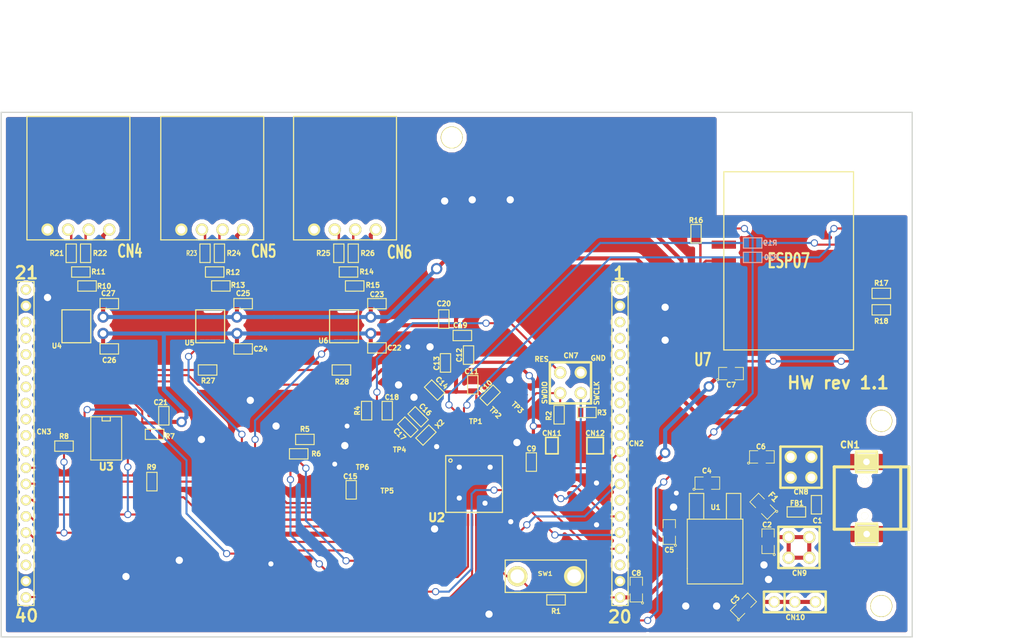
<source format=kicad_pcb>
(kicad_pcb (version 3) (host pcbnew "(2013-07-07 BZR 4022)-stable")
  (layers (15 Gorna signal) (0 Dolna signal hide))
  (net 0 "")
  (net 1 N-000001)
  (module HOLE (layer Gorna) (at 74.635 22.277)
    (fp_text reference HOLE hide)
    (fp_text value Val** hide)
    (pad 3 thru_hole circle (at 0 0) (size 2.7 2.7) (drill 2.5) (layers *.Cu *.Mask Opisowa_Gorna))
  )
  (module SM0603 (layer Gorna) (at 87.503 79.375)
    (fp_text reference SM0603 hide)
    (fp_text value R1)
    (pad 1 smd rect (at -0.762 0) (size 0.635 1.143) (layers Gorna Pasty_Gorna Maski_Gorna))
    (pad 2 smd rect (at 0.762 0) (size 0.635 1.143) (layers Gorna Pasty_Gorna Maski_Gorna))
  )
  (module TSSOP8 (layer Gorna) (at 28.321 45.593 180)
    (fp_text reference TSSOP8 hide)
    (fp_text value U4)
    (pad 1 smd rect (at -0.9685 2.794 180) (size 0.29972 1.30048) (layers Gorna Pasty_Gorna Maski_Gorna))
    (pad 2 smd rect (at -0.3335 2.794 180) (size 0.29972 1.30048) (layers Gorna Pasty_Gorna Maski_Gorna))
    (pad 3 smd rect (at 0.3269 2.794 180) (size 0.29972 1.30048) (layers Gorna Pasty_Gorna Maski_Gorna))
    (pad 4 smd rect (at 0.9619 2.794 180) (size 0.29972 1.30048) (layers Gorna Pasty_Gorna Maski_Gorna) (net 1 N-000001))
    (pad 5 smd rect (at 0.9746 -2.794 180) (size 0.29972 1.30048) (layers Gorna Pasty_Gorna Maski_Gorna))
    (pad 6 smd rect (at 0.3269 -2.794 180) (size 0.29972 1.30048) (layers Gorna Pasty_Gorna Maski_Gorna))
    (pad 7 smd rect (at -0.3335 -2.794 180) (size 0.29972 1.30048) (layers Gorna Pasty_Gorna Maski_Gorna))
    (pad 8 smd rect (at -0.9685 -2.794 180) (size 0.29972 1.30048) (layers Gorna Pasty_Gorna Maski_Gorna))
  )
  (module SM0603 (layer Gorna) (at 29.6418 40.6146)
    (fp_text reference SM0603 hide)
    (fp_text value R10)
    (pad 1 smd rect (at -0.762 0) (size 0.635 1.143) (layers Gorna Pasty_Gorna Maski_Gorna))
    (pad 2 smd rect (at 0.762 0) (size 0.635 1.143) (layers Gorna Pasty_Gorna Maski_Gorna))
  )
  (module SM0603 (layer Gorna) (at 28.8798 38.8874)
    (fp_text reference SM0603 hide)
    (fp_text value R11)
    (pad 1 smd rect (at -0.762 0) (size 0.635 1.143) (layers Gorna Pasty_Gorna Maski_Gorna))
    (pad 2 smd rect (at 0.762 0) (size 0.635 1.143) (layers Gorna Pasty_Gorna Maski_Gorna))
  )
  (module SM0603 (layer Gorna) (at 32.385 42.799)
    (fp_text reference SM0603 hide)
    (fp_text value C27)
    (pad 1 smd rect (at -0.762 0) (size 0.635 1.143) (layers Gorna Pasty_Gorna Maski_Gorna))
    (pad 2 smd rect (at 0.762 0) (size 0.635 1.143) (layers Gorna Pasty_Gorna Maski_Gorna) (net 1 N-000001))
  )
  (module SM0603 (layer Gorna) (at 48.895 42.799)
    (fp_text reference SM0603 hide)
    (fp_text value C25)
    (pad 1 smd rect (at -0.762 0) (size 0.635 1.143) (layers Gorna Pasty_Gorna Maski_Gorna))
    (pad 2 smd rect (at 0.762 0) (size 0.635 1.143) (layers Gorna Pasty_Gorna Maski_Gorna) (net 1 N-000001))
  )
  (module SM0603 (layer Gorna) (at 45.3898 38.8874)
    (fp_text reference SM0603 hide)
    (fp_text value R12)
    (pad 1 smd rect (at -0.762 0) (size 0.635 1.143) (layers Gorna Pasty_Gorna Maski_Gorna))
    (pad 2 smd rect (at 0.762 0) (size 0.635 1.143) (layers Gorna Pasty_Gorna Maski_Gorna))
  )
  (module SM0603 (layer Gorna) (at 46.1518 40.6146)
    (fp_text reference SM0603 hide)
    (fp_text value R13)
    (pad 1 smd rect (at -0.762 0) (size 0.635 1.143) (layers Gorna Pasty_Gorna Maski_Gorna))
    (pad 2 smd rect (at 0.762 0) (size 0.635 1.143) (layers Gorna Pasty_Gorna Maski_Gorna))
  )
  (module TSSOP8 (layer Gorna) (at 44.831 45.593 180)
    (fp_text reference TSSOP8 hide)
    (fp_text value U5)
    (pad 1 smd rect (at -0.9685 2.794 180) (size 0.29972 1.30048) (layers Gorna Pasty_Gorna Maski_Gorna))
    (pad 2 smd rect (at -0.3335 2.794 180) (size 0.29972 1.30048) (layers Gorna Pasty_Gorna Maski_Gorna))
    (pad 3 smd rect (at 0.3269 2.794 180) (size 0.29972 1.30048) (layers Gorna Pasty_Gorna Maski_Gorna))
    (pad 4 smd rect (at 0.9619 2.794 180) (size 0.29972 1.30048) (layers Gorna Pasty_Gorna Maski_Gorna) (net 1 N-000001))
    (pad 5 smd rect (at 0.9746 -2.794 180) (size 0.29972 1.30048) (layers Gorna Pasty_Gorna Maski_Gorna))
    (pad 6 smd rect (at 0.3269 -2.794 180) (size 0.29972 1.30048) (layers Gorna Pasty_Gorna Maski_Gorna))
    (pad 7 smd rect (at -0.3335 -2.794 180) (size 0.29972 1.30048) (layers Gorna Pasty_Gorna Maski_Gorna))
    (pad 8 smd rect (at -0.9685 -2.794 180) (size 0.29972 1.30048) (layers Gorna Pasty_Gorna Maski_Gorna))
  )
  (module TSSOP8 (layer Gorna) (at 61.341 45.593 180)
    (fp_text reference TSSOP8 hide)
    (fp_text value U6)
    (pad 1 smd rect (at -0.9685 2.794 180) (size 0.29972 1.30048) (layers Gorna Pasty_Gorna Maski_Gorna))
    (pad 2 smd rect (at -0.3335 2.794 180) (size 0.29972 1.30048) (layers Gorna Pasty_Gorna Maski_Gorna))
    (pad 3 smd rect (at 0.3269 2.794 180) (size 0.29972 1.30048) (layers Gorna Pasty_Gorna Maski_Gorna))
    (pad 4 smd rect (at 0.9619 2.794 180) (size 0.29972 1.30048) (layers Gorna Pasty_Gorna Maski_Gorna) (net 1 N-000001))
    (pad 5 smd rect (at 0.9746 -2.794 180) (size 0.29972 1.30048) (layers Gorna Pasty_Gorna Maski_Gorna))
    (pad 6 smd rect (at 0.3269 -2.794 180) (size 0.29972 1.30048) (layers Gorna Pasty_Gorna Maski_Gorna))
    (pad 7 smd rect (at -0.3335 -2.794 180) (size 0.29972 1.30048) (layers Gorna Pasty_Gorna Maski_Gorna))
    (pad 8 smd rect (at -0.9685 -2.794 180) (size 0.29972 1.30048) (layers Gorna Pasty_Gorna Maski_Gorna))
  )
  (module SM0603 (layer Gorna) (at 62.6618 40.6146)
    (fp_text reference SM0603 hide)
    (fp_text value R15)
    (pad 1 smd rect (at -0.762 0) (size 0.635 1.143) (layers Gorna Pasty_Gorna Maski_Gorna))
    (pad 2 smd rect (at 0.762 0) (size 0.635 1.143) (layers Gorna Pasty_Gorna Maski_Gorna))
  )
  (module SM0603 (layer Gorna) (at 61.8998 38.8874)
    (fp_text reference SM0603 hide)
    (fp_text value R14)
    (pad 1 smd rect (at -0.762 0) (size 0.635 1.143) (layers Gorna Pasty_Gorna Maski_Gorna))
    (pad 2 smd rect (at 0.762 0) (size 0.635 1.143) (layers Gorna Pasty_Gorna Maski_Gorna))
  )
  (module SM0603 (layer Gorna) (at 65.405 42.799)
    (fp_text reference SM0603 hide)
    (fp_text value C23)
    (pad 1 smd rect (at -0.762 0) (size 0.635 1.143) (layers Gorna Pasty_Gorna Maski_Gorna))
    (pad 2 smd rect (at 0.762 0) (size 0.635 1.143) (layers Gorna Pasty_Gorna Maski_Gorna) (net 1 N-000001))
  )
  (module LQFP48 (layer Gorna) (at 77.395 65.067)
    (fp_text reference LQFP48 hide)
    (fp_text value U2)
    (pad 12 smd rect (at -4.425 2.81) (size 1.5 0.5) (layers Gorna Pasty_Gorna Maski_Gorna))
    (pad 36 smd rect (at 4.425 -2.81) (size 1.5 0.5) (layers Gorna Pasty_Gorna Maski_Gorna))
    (pad 26 smd rect (at 4.425 2.25) (size 1.5 0.28) (layers Gorna Pasty_Gorna Maski_Gorna))
    (pad 35 smd rect (at 4.425 -2.25) (size 1.5 0.28) (layers Gorna Pasty_Gorna Maski_Gorna) (net 1 N-000001))
    (pad 27 smd rect (at 4.425 1.75) (size 1.5 0.28) (layers Gorna Pasty_Gorna Maski_Gorna))
    (pad 34 smd rect (at 4.425 -1.75) (size 1.5 0.28) (layers Gorna Pasty_Gorna Maski_Gorna))
    (pad 28 smd rect (at 4.425 1.25) (size 1.5 0.28) (layers Gorna Pasty_Gorna Maski_Gorna))
    (pad 33 smd rect (at 4.425 -1.25) (size 1.5 0.28) (layers Gorna Pasty_Gorna Maski_Gorna))
    (pad 29 smd rect (at 4.425 0.75) (size 1.5 0.28) (layers Gorna Pasty_Gorna Maski_Gorna))
    (pad 32 smd rect (at 4.425 -0.75) (size 1.5 0.28) (layers Gorna Pasty_Gorna Maski_Gorna))
    (pad 30 smd rect (at 4.425 0.25) (size 1.5 0.28) (layers Gorna Pasty_Gorna Maski_Gorna))
    (pad 31 smd rect (at 4.425 -0.25) (size 1.5 0.28) (layers Gorna Pasty_Gorna Maski_Gorna))
    (pad 13 smd rect (at -2.81 4.425) (size 0.5 1.5) (layers Gorna Pasty_Gorna Maski_Gorna))
    (pad 24 smd rect (at 2.81 4.425) (size 0.5 1.5) (layers Gorna Pasty_Gorna Maski_Gorna))
    (pad 14 smd rect (at -2.25 4.425) (size 0.28 1.5) (layers Gorna Pasty_Gorna Maski_Gorna))
    (pad 15 smd rect (at -1.75 4.425) (size 0.28 1.5) (layers Gorna Pasty_Gorna Maski_Gorna))
    (pad 16 smd rect (at -1.25 4.425) (size 0.28 1.5) (layers Gorna Pasty_Gorna Maski_Gorna))
    (pad 23 smd rect (at 2.25 4.425) (size 0.28 1.5) (layers Gorna Pasty_Gorna Maski_Gorna))
    (pad 22 smd rect (at 1.75 4.425) (size 0.28 1.5) (layers Gorna Pasty_Gorna Maski_Gorna))
    (pad 21 smd rect (at 1.25 4.425) (size 0.28 1.5) (layers Gorna Pasty_Gorna Maski_Gorna))
    (pad 20 smd rect (at 0.75 4.425) (size 0.28 1.5) (layers Gorna Pasty_Gorna Maski_Gorna))
    (pad 18 smd rect (at -0.25 4.425) (size 0.28 1.5) (layers Gorna Pasty_Gorna Maski_Gorna))
    (pad 19 smd rect (at 0.25 4.425) (size 0.28 1.5) (layers Gorna Pasty_Gorna Maski_Gorna))
    (pad 42 smd rect (at 0.25 -4.425) (size 0.28 1.5) (layers Gorna Pasty_Gorna Maski_Gorna))
    (pad 43 smd rect (at -0.25 -4.425) (size 0.28 1.5) (layers Gorna Pasty_Gorna Maski_Gorna) (net 1 N-000001))
    (pad 41 smd rect (at 0.75 -4.425) (size 0.28 1.5) (layers Gorna Pasty_Gorna Maski_Gorna) (net 1 N-000001))
    (pad 40 smd rect (at 1.25 -4.425) (size 0.28 1.5) (layers Gorna Pasty_Gorna Maski_Gorna))
    (pad 39 smd rect (at 1.75 -4.425) (size 0.28 1.5) (layers Gorna Pasty_Gorna Maski_Gorna))
    (pad 38 smd rect (at 2.25 -4.425) (size 0.28 1.5) (layers Gorna Pasty_Gorna Maski_Gorna))
    (pad 44 smd rect (at -0.75 -4.425) (size 0.28 1.5) (layers Gorna Pasty_Gorna Maski_Gorna))
    (pad 45 smd rect (at -1.25 -4.425) (size 0.28 1.5) (layers Gorna Pasty_Gorna Maski_Gorna))
    (pad 46 smd rect (at -1.75 -4.425) (size 0.28 1.5) (layers Gorna Pasty_Gorna Maski_Gorna))
    (pad 47 smd rect (at -2.25 -4.425) (size 0.28 1.5) (layers Gorna Pasty_Gorna Maski_Gorna))
    (pad 37 smd rect (at 2.81 -4.425) (size 0.5 1.5) (layers Gorna Pasty_Gorna Maski_Gorna))
    (pad 48 smd rect (at -2.81 -4.425) (size 0.5 1.5) (layers Gorna Pasty_Gorna Maski_Gorna))
    (pad 17 smd rect (at -0.75 4.425) (size 0.28 1.5) (layers Gorna Pasty_Gorna Maski_Gorna))
    (pad 6 smd rect (at -4.425 -0.25) (size 1.5 0.28) (layers Gorna Pasty_Gorna Maski_Gorna))
    (pad 7 smd rect (at -4.425 0.25) (size 1.5 0.28) (layers Gorna Pasty_Gorna Maski_Gorna))
    (pad 5 smd rect (at -4.425 -0.75) (size 1.5 0.28) (layers Gorna Pasty_Gorna Maski_Gorna) (net 1 N-000001))
    (pad 8 smd rect (at -4.425 0.75) (size 1.5 0.28) (layers Gorna Pasty_Gorna Maski_Gorna))
    (pad 4 smd rect (at -4.425 -1.25) (size 1.5 0.28) (layers Gorna Pasty_Gorna Maski_Gorna))
    (pad 9 smd rect (at -4.425 1.25) (size 1.5 0.28) (layers Gorna Pasty_Gorna Maski_Gorna))
    (pad 3 smd rect (at -4.425 -1.75) (size 1.5 0.28) (layers Gorna Pasty_Gorna Maski_Gorna))
    (pad 10 smd rect (at -4.425 1.75) (size 1.5 0.28) (layers Gorna Pasty_Gorna Maski_Gorna))
    (pad 2 smd rect (at -4.425 -2.25) (size 1.5 0.28) (layers Gorna Pasty_Gorna Maski_Gorna) (net 1 N-000001))
    (pad 11 smd rect (at -4.425 2.25) (size 1.5 0.28) (layers Gorna Pasty_Gorna Maski_Gorna))
    (pad 1 smd rect (at -4.425 -2.81) (size 1.5 0.5) (layers Gorna Pasty_Gorna Maski_Gorna))
    (pad 25 smd rect (at 4.425 2.81) (size 1.5 0.5) (layers Gorna Pasty_Gorna Maski_Gorna))
  )
  (module SIL_20_2_0 (layer Gorna) (at 95.395 60.067)
    (fp_text reference CON hide)
    (fp_text value CN2)
    (pad 11 thru_hole circle (at 0 1) (size 1.3 1.3) (drill 0.8) (layers *.Cu *.Mask Opisowa_Gorna))
    (pad 12 thru_hole circle (at 0 3) (size 1.3 1.3) (drill 0.8) (layers *.Cu *.Mask Opisowa_Gorna))
    (pad 13 thru_hole circle (at 0 5) (size 1.3 1.3) (drill 0.8) (layers *.Cu *.Mask Opisowa_Gorna))
    (pad 14 thru_hole circle (at 0 7) (size 1.3 1.3) (drill 0.8) (layers *.Cu *.Mask Opisowa_Gorna))
    (pad 15 thru_hole circle (at 0 9) (size 1.3 1.3) (drill 0.8) (layers *.Cu *.Mask Opisowa_Gorna))
    (pad 16 thru_hole circle (at 0 11) (size 1.3 1.3) (drill 0.8) (layers *.Cu *.Mask Opisowa_Gorna))
    (pad 17 thru_hole circle (at 0 13) (size 1.3 1.3) (drill 0.8) (layers *.Cu *.Mask Opisowa_Gorna))
    (pad 18 thru_hole circle (at 0 15) (size 1.3 1.3) (drill 0.8) (layers *.Cu *.Mask Opisowa_Gorna))
    (pad 19 thru_hole circle (at 0 17) (size 1.3 1.3) (drill 0.8) (layers *.Cu *.Mask Opisowa_Gorna) (net 1 N-000001))
    (pad 20 thru_hole circle (at 0 19) (size 1.3 1.3) (drill 0.8) (layers *.Cu *.Mask Opisowa_Gorna))
    (pad 10 thru_hole circle (at 0 -1) (size 1.3 1.3) (drill 0.8) (layers *.Cu *.Mask Opisowa_Gorna))
    (pad 9 thru_hole circle (at 0 -3) (size 1.3 1.3) (drill 0.8) (layers *.Cu *.Mask Opisowa_Gorna))
    (pad 8 thru_hole circle (at 0 -5) (size 1.3 1.3) (drill 0.8) (layers *.Cu *.Mask Opisowa_Gorna))
    (pad 7 thru_hole circle (at 0 -7) (size 1.3 1.3) (drill 0.8) (layers *.Cu *.Mask Opisowa_Gorna))
    (pad 6 thru_hole circle (at 0 -9) (size 1.3 1.3) (drill 0.8) (layers *.Cu *.Mask Opisowa_Gorna))
    (pad 5 thru_hole circle (at 0 -11) (size 1.3 1.3) (drill 0.8) (layers *.Cu *.Mask Opisowa_Gorna))
    (pad 4 thru_hole circle (at 0 -13) (size 1.3 1.3) (drill 0.8) (layers *.Cu *.Mask Opisowa_Gorna))
    (pad 3 thru_hole circle (at 0 -15) (size 1.3 1.3) (drill 0.8) (layers *.Cu *.Mask Opisowa_Gorna))
    (pad 2 thru_hole circle (at 0 -17) (size 1.3 1.3) (drill 0.8) (layers *.Cu *.Mask Opisowa_Gorna) (net 1 N-000001))
    (pad 1 thru_hole circle (at 0 -19) (size 1.3 1.3) (drill 0.8) (layers *.Cu *.Mask Opisowa_Gorna))
  )
  (module SIL_20_2_0 (layer Gorna) (at 22.098 60.067)
    (fp_text reference CON hide)
    (fp_text value CN3)
    (pad 11 thru_hole circle (at 0 1) (size 1.3 1.3) (drill 0.8) (layers *.Cu *.Mask Opisowa_Gorna))
    (pad 12 thru_hole circle (at 0 3) (size 1.3 1.3) (drill 0.8) (layers *.Cu *.Mask Opisowa_Gorna))
    (pad 13 thru_hole circle (at 0 5) (size 1.3 1.3) (drill 0.8) (layers *.Cu *.Mask Opisowa_Gorna))
    (pad 14 thru_hole circle (at 0 7) (size 1.3 1.3) (drill 0.8) (layers *.Cu *.Mask Opisowa_Gorna))
    (pad 15 thru_hole circle (at 0 9) (size 1.3 1.3) (drill 0.8) (layers *.Cu *.Mask Opisowa_Gorna))
    (pad 16 thru_hole circle (at 0 11) (size 1.3 1.3) (drill 0.8) (layers *.Cu *.Mask Opisowa_Gorna))
    (pad 17 thru_hole circle (at 0 13) (size 1.3 1.3) (drill 0.8) (layers *.Cu *.Mask Opisowa_Gorna))
    (pad 18 thru_hole circle (at 0 15) (size 1.3 1.3) (drill 0.8) (layers *.Cu *.Mask Opisowa_Gorna))
    (pad 19 thru_hole circle (at 0 17) (size 1.3 1.3) (drill 0.8) (layers *.Cu *.Mask Opisowa_Gorna) (net 1 N-000001))
    (pad 20 thru_hole circle (at 0 19) (size 1.3 1.3) (drill 0.8) (layers *.Cu *.Mask Opisowa_Gorna))
    (pad 10 thru_hole circle (at 0 -1) (size 1.3 1.3) (drill 0.8) (layers *.Cu *.Mask Opisowa_Gorna))
    (pad 9 thru_hole circle (at 0 -3) (size 1.3 1.3) (drill 0.8) (layers *.Cu *.Mask Opisowa_Gorna))
    (pad 8 thru_hole circle (at 0 -5) (size 1.3 1.3) (drill 0.8) (layers *.Cu *.Mask Opisowa_Gorna))
    (pad 7 thru_hole circle (at 0 -7) (size 1.3 1.3) (drill 0.8) (layers *.Cu *.Mask Opisowa_Gorna))
    (pad 6 thru_hole circle (at 0 -9) (size 1.3 1.3) (drill 0.8) (layers *.Cu *.Mask Opisowa_Gorna))
    (pad 5 thru_hole circle (at 0 -11) (size 1.3 1.3) (drill 0.8) (layers *.Cu *.Mask Opisowa_Gorna))
    (pad 4 thru_hole circle (at 0 -13) (size 1.3 1.3) (drill 0.8) (layers *.Cu *.Mask Opisowa_Gorna))
    (pad 3 thru_hole circle (at 0 -15) (size 1.3 1.3) (drill 0.8) (layers *.Cu *.Mask Opisowa_Gorna))
    (pad 2 thru_hole circle (at 0 -17) (size 1.3 1.3) (drill 0.8) (layers *.Cu *.Mask Opisowa_Gorna) (net 1 N-000001))
    (pad 1 thru_hole circle (at 0 -19) (size 1.3 1.3) (drill 0.8) (layers *.Cu *.Mask Opisowa_Gorna))
  )
  (module SM0603 (layer Gorna) (at 71.4502 59.0296 45)
    (fp_text reference SM0603 hide)
    (fp_text value X2)
    (pad 1 smd rect (at -0.762 0 45) (size 0.635 1.143) (layers Gorna Pasty_Gorna Maski_Gorna))
    (pad 2 smd rect (at 0.762 0 45) (size 0.635 1.143) (layers Gorna Pasty_Gorna Maski_Gorna))
  )
  (module SM0603 (layer Gorna) (at 70.485 56.769 135)
    (fp_text reference SM0603 hide)
    (fp_text value C16)
    (pad 1 smd rect (at -0.762 0 135) (size 0.635 1.143) (layers Gorna Pasty_Gorna Maski_Gorna))
    (pad 2 smd rect (at 0.761999 0 135) (size 0.635 1.143) (layers Gorna Pasty_Gorna Maski_Gorna) (net 1 N-000001))
  )
  (module SM0603 (layer Gorna) (at 69.215 58.039 135)
    (fp_text reference SM0603 hide)
    (fp_text value C17)
    (pad 1 smd rect (at -0.762 0 135) (size 0.635 1.143) (layers Gorna Pasty_Gorna Maski_Gorna))
    (pad 2 smd rect (at 0.761999 0 135) (size 0.635 1.143) (layers Gorna Pasty_Gorna Maski_Gorna) (net 1 N-000001))
  )
  (module SM0603 (layer Gorna) (at 66.675 56.007 90)
    (fp_text reference SM0603 hide)
    (fp_text value C18)
    (pad 1 smd rect (at -0.762 0 90) (size 0.635 1.143) (layers Gorna Pasty_Gorna Maski_Gorna))
    (pad 2 smd rect (at 0.762 0 90) (size 0.635 1.143) (layers Gorna Pasty_Gorna Maski_Gorna) (net 1 N-000001))
  )
  (module SM0603 (layer Gorna) (at 72.517 53.467 135)
    (fp_text reference SM0603 hide)
    (fp_text value C14)
    (pad 1 smd rect (at -0.762 0 135) (size 0.635 1.143) (layers Gorna Pasty_Gorna Maski_Gorna))
    (pad 2 smd rect (at 0.761999 0 135) (size 0.635 1.143) (layers Gorna Pasty_Gorna Maski_Gorna) (net 1 N-000001))
  )
  (module SM0603 (layer Gorna) (at 77.23124 52.81676 90)
    (fp_text reference SM0603 hide)
    (fp_text value C11)
    (pad 1 smd rect (at -0.762 0 90) (size 0.635 1.143) (layers Gorna Pasty_Gorna Maski_Gorna))
    (pad 2 smd rect (at 0.762 0 90) (size 0.635 1.143) (layers Gorna Pasty_Gorna Maski_Gorna) (net 1 N-000001))
  )
  (module SM0603 (layer Gorna) (at 64.135 56.007 90)
    (fp_text reference SM0603 hide)
    (fp_text value R4)
    (pad 1 smd rect (at -0.762 0 90) (size 0.635 1.143) (layers Gorna Pasty_Gorna Maski_Gorna))
    (pad 2 smd rect (at 0.762 0 90) (size 0.635 1.143) (layers Gorna Pasty_Gorna Maski_Gorna))
  )
  (module PAD-1 (layer Gorna) (at 66.167 60.833 90)
    (fp_text reference PAD-1 hide)
    (fp_text value TP4)
    (pad 1 smd rect (at 0 0 90) (size 1.2 1.5) (layers Gorna Pasty_Gorna Maski_Gorna))
  )
  (module PAD-1 (layer Gorna) (at 77.64272 58.4454)
    (fp_text reference PAD-1 hide)
    (fp_text value TP1)
    (pad 1 smd rect (at 0 0) (size 1 1.2) (layers Gorna Pasty_Gorna Maski_Gorna))
  )
  (module SM0603 (layer Gorna) (at 62.23 65.786 90)
    (fp_text reference SM0603 hide)
    (fp_text value C15)
    (pad 1 smd rect (at -0.762 0 90) (size 0.635 1.143) (layers Gorna Pasty_Gorna Maski_Gorna))
    (pad 2 smd rect (at 0.762 0 90) (size 0.635 1.143) (layers Gorna Pasty_Gorna Maski_Gorna) (net 1 N-000001))
  )
  (module SM0603 (layer Gorna) (at 79.375 54.102 225)
    (fp_text reference SM0603 hide)
    (fp_text value C10)
    (pad 1 smd rect (at -0.761999 0 225) (size 0.635 1.143) (layers Gorna Pasty_Gorna Maski_Gorna) (net 1 N-000001))
    (pad 2 smd rect (at 0.762 0 225) (size 0.635 1.143) (layers Gorna Pasty_Gorna Maski_Gorna))
  )
  (module SM0603 (layer Gorna) (at 73.8632 50.1142 90)
    (fp_text reference SM0603 hide)
    (fp_text value C13)
    (pad 1 smd rect (at -0.762 0 90) (size 0.635 1.143) (layers Gorna Pasty_Gorna Maski_Gorna))
    (pad 2 smd rect (at 0.762 0 90) (size 0.635 1.143) (layers Gorna Pasty_Gorna Maski_Gorna) (net 1 N-000001))
  )
  (module PIN_ARRAY_2X2 (layer Gorna) (at 89.281 52.578)
    (fp_text reference PIN_ARRAY_2X2 hide)
    (fp_text value CN7)
    (pad 1 thru_hole circle (at -1.27 1.27) (size 1.524 1.524) (drill 0.99) (layers *.Cu *.Mask Opisowa_Gorna))
    (pad 2 thru_hole circle (at -1.27 -1.27) (size 1.524 1.524) (drill 0.99) (layers *.Cu *.Mask Opisowa_Gorna))
    (pad 3 thru_hole circle (at 1.27 1.27) (size 1.524 1.524) (drill 0.99) (layers *.Cu *.Mask Opisowa_Gorna))
    (pad 4 thru_hole circle (at 1.27 -1.27) (size 1.524 1.524) (drill 0.99) (layers *.Cu *.Mask Opisowa_Gorna) (net 1 N-000001))
  )
  (module SM0603 (layer Gorna) (at 84.455 62.357 90)
    (fp_text reference SM0603 hide)
    (fp_text value C9)
    (pad 1 smd rect (at -0.762 0 90) (size 0.635 1.143) (layers Gorna Pasty_Gorna Maski_Gorna))
    (pad 2 smd rect (at 0.762 0 90) (size 0.635 1.143) (layers Gorna Pasty_Gorna Maski_Gorna) (net 1 N-000001))
  )
  (module SM0603 (layer Gorna) (at 87.884 56.515 90)
    (fp_text reference SM0603 hide)
    (fp_text value R2)
    (pad 1 smd rect (at -0.762 0 90) (size 0.635 1.143) (layers Gorna Pasty_Gorna Maski_Gorna))
    (pad 2 smd rect (at 0.762 0 90) (size 0.635 1.143) (layers Gorna Pasty_Gorna Maski_Gorna))
  )
  (module SM0603 (layer Gorna) (at 91.313 56.23052)
    (fp_text reference SM0603 hide)
    (fp_text value R3)
    (pad 1 smd rect (at -0.762 0) (size 0.635 1.143) (layers Gorna Pasty_Gorna Maski_Gorna))
    (pad 2 smd rect (at 0.762 0) (size 0.635 1.143) (layers Gorna Pasty_Gorna Maski_Gorna) (net 1 N-000001))
  )
  (module SM0603 (layer Gorna) (at 76.708 49.149 90)
    (fp_text reference SM0603 hide)
    (fp_text value C12)
    (pad 1 smd rect (at -0.762 0 90) (size 0.635 1.143) (layers Gorna Pasty_Gorna Maski_Gorna))
    (pad 2 smd rect (at 0.762 0 90) (size 0.635 1.143) (layers Gorna Pasty_Gorna Maski_Gorna) (net 1 N-000001))
  )
  (module PAD-1 (layer Gorna) (at 83.185 54.229 135)
    (fp_text reference PAD-1 hide)
    (fp_text value TP3)
    (pad 1 smd rect (at 0 0 135) (size 1 1.5) (layers Gorna Pasty_Gorna Maski_Gorna))
  )
  (module PAD-1 (layer Gorna) (at 81.026 55.118 135)
    (fp_text reference PAD-1 hide)
    (fp_text value TP2)
    (pad 1 smd rect (at 0 0 135) (size 1 1.5) (layers Gorna Pasty_Gorna Maski_Gorna))
  )
  (module PAD-1 (layer Gorna) (at 86.995 60.325)
    (fp_text reference PAD-1 hide)
    (fp_text value CN11)
    (pad 1 smd rect (at 0 0) (size 1.2 1.5) (layers Gorna Pasty_Gorna Maski_Gorna))
  )
  (module PAD-1 (layer Gorna) (at 92.329 60.325)
    (fp_text reference PAD-1 hide)
    (fp_text value CN12)
    (pad 1 smd rect (at 0 0) (size 1.5 1.5) (layers Gorna Pasty_Gorna Maski_Gorna) (net 1 N-000001))
  )
  (module SM0805 (layer Gorna) (at 97.409 78.105 90)
    (fp_text reference SM0805 hide)
    (fp_text value C8)
    (pad 1 smd rect (at -0.9525 0 90) (size 0.889 1.397) (layers Gorna Pasty_Gorna Maski_Gorna))
    (pad 2 smd rect (at 0.9525 0 90) (size 0.889 1.397) (layers Gorna Pasty_Gorna Maski_Gorna) (net 1 N-000001))
  )
  (module SO8E (layer Gorna) (at 32.004 59.436 270)
    (fp_text reference SO8E hide)
    (fp_text value U3)
    (pad 8 smd rect (at -1.905 -2.667 270) (size 0.59944 1.39954) (layers Gorna Pasty_Gorna Maski_Gorna))
    (pad 1 smd rect (at -1.905 2.667 270) (size 0.59944 1.39954) (layers Gorna Pasty_Gorna Maski_Gorna))
    (pad 7 smd rect (at -0.635 -2.667 270) (size 0.59944 1.39954) (layers Gorna Pasty_Gorna Maski_Gorna))
    (pad 6 smd rect (at 0.635 -2.667 270) (size 0.59944 1.39954) (layers Gorna Pasty_Gorna Maski_Gorna))
    (pad 5 smd rect (at 1.905 -2.667 270) (size 0.59944 1.39954) (layers Gorna Pasty_Gorna Maski_Gorna))
    (pad 2 smd rect (at -0.635 2.667 270) (size 0.59944 1.39954) (layers Gorna Pasty_Gorna Maski_Gorna))
    (pad 3 smd rect (at 0.635 2.667 270) (size 0.59944 1.39954) (layers Gorna Pasty_Gorna Maski_Gorna))
    (pad 4 smd rect (at 1.905 2.667 270) (size 0.59944 1.39954) (layers Gorna Pasty_Gorna Maski_Gorna) (net 1 N-000001))
  )
  (module SM0603 (layer Gorna) (at 39.116 56.642 90)
    (fp_text reference SM0603 hide)
    (fp_text value C21)
    (pad 1 smd rect (at -0.762 0 90) (size 0.635 1.143) (layers Gorna Pasty_Gorna Maski_Gorna))
    (pad 2 smd rect (at 0.762 0 90) (size 0.635 1.143) (layers Gorna Pasty_Gorna Maski_Gorna) (net 1 N-000001))
  )
  (module SM0603 (layer Gorna) (at 37.973 58.928)
    (fp_text reference SM0603 hide)
    (fp_text value R7)
    (pad 1 smd rect (at -0.762 0) (size 0.635 1.143) (layers Gorna Pasty_Gorna Maski_Gorna))
    (pad 2 smd rect (at 0.762 0) (size 0.635 1.143) (layers Gorna Pasty_Gorna Maski_Gorna))
  )
  (module SM0603 (layer Gorna) (at 26.797 60.3885)
    (fp_text reference SM0603 hide)
    (fp_text value R8)
    (pad 1 smd rect (at -0.762 0) (size 0.635 1.143) (layers Gorna Pasty_Gorna Maski_Gorna))
    (pad 2 smd rect (at 0.762 0) (size 0.635 1.143) (layers Gorna Pasty_Gorna Maski_Gorna))
  )
  (module SM0603 (layer Gorna) (at 37.6428 64.77 90)
    (fp_text reference SM0603 hide)
    (fp_text value R9)
    (pad 1 smd rect (at -0.762 0 90) (size 0.635 1.143) (layers Gorna Pasty_Gorna Maski_Gorna))
    (pad 2 smd rect (at 0.762 0 90) (size 0.635 1.143) (layers Gorna Pasty_Gorna Maski_Gorna))
  )
  (module USB_MINI_B (layer Gorna) (at 126.4285 66.802 180)
    (fp_text reference CN1)
    (fp_text value USB-Mini-B hide)
    (pad 1 smd rect (at 3.44932 -1.6002 180) (size 2.30124 0.50038) (layers Gorna Pasty_Gorna Maski_Gorna))
    (pad 2 smd rect (at 3.44932 -0.8001 180) (size 2.30124 0.50038) (layers Gorna Pasty_Gorna Maski_Gorna))
    (pad 3 smd rect (at 3.44932 0 180) (size 2.30124 0.50038) (layers Gorna Pasty_Gorna Maski_Gorna))
    (pad 4 smd rect (at 3.44932 0.8001 180) (size 2.30124 0.50038) (layers Gorna Pasty_Gorna Maski_Gorna))
    (pad 5 smd rect (at 3.44932 1.6002 180) (size 2.30124 0.50038) (layers Gorna Pasty_Gorna Maski_Gorna) (net 1 N-000001))
    (pad 6 smd rect (at 3.35026 -4.45008 180) (size 2.49936 1.99898) (layers Gorna Pasty_Gorna Maski_Gorna))
    (pad 7 smd rect (at -2.14884 -4.45008 180) (size 2.49936 1.99898) (layers Gorna Pasty_Gorna Maski_Gorna))
    (pad 8 smd rect (at 3.35026 4.45008 180) (size 2.49936 1.99898) (layers Gorna Pasty_Gorna Maski_Gorna))
    (pad 9 smd rect (at -2.14884 4.45008 180) (size 2.49936 1.99898) (layers Gorna Pasty_Gorna Maski_Gorna))
    (pad "" np_thru_hole circle (at 0.8509 -2.19964 180) (size 0.89916 0.89916) (drill 0.89916) (layers *.Cu *.Mask Opisowa_Gorna))
    (pad 2 np_thru_hole circle (at 0.8509 2.19964 180) (size 0.89916 0.89916) (drill 0.89916) (layers *.Cu *.Mask Opisowa_Gorna))
  )
  (module DPAK2 (layer Gorna) (at 107.1245 67.8815 180)
    (fp_text reference DPACK2 hide)
    (fp_text value U1)
    (pad 1 smd rect (at -2.286 0 180) (size 1.651 3.048) (layers Gorna Pasty_Gorna Maski_Gorna) (net 1 N-000001))
    (pad 2 smd rect (at 0 -6.35 180) (size 6.096 6.096) (layers Gorna Pasty_Gorna Maski_Gorna))
    (pad 3 smd rect (at 2.286 0 180) (size 1.651 3.048) (layers Gorna Pasty_Gorna Maski_Gorna))
  )
  (module SM0805 (layer Gorna) (at 106.172 64.9605)
    (fp_text reference SM0805 hide)
    (fp_text value C4)
    (pad 1 smd rect (at -0.9525 0) (size 0.889 1.397) (layers Gorna Pasty_Gorna Maski_Gorna))
    (pad 2 smd rect (at 0.9525 0) (size 0.889 1.397) (layers Gorna Pasty_Gorna Maski_Gorna) (net 1 N-000001))
  )
  (module SM0603 (layer Gorna) (at 119.634 67.6275 90)
    (fp_text reference SM0603 hide)
    (fp_text value C1)
    (pad 1 smd rect (at -0.762 0 90) (size 0.635 1.143) (layers Gorna Pasty_Gorna Maski_Gorna))
    (pad 2 smd rect (at 0.762 0 90) (size 0.635 1.143) (layers Gorna Pasty_Gorna Maski_Gorna) (net 1 N-000001))
  )
  (module SM0603 (layer Gorna) (at 117.1575 68.5165)
    (fp_text reference SM0603 hide)
    (fp_text value FB1)
    (pad 1 smd rect (at -0.762 0) (size 0.635 1.143) (layers Gorna Pasty_Gorna Maski_Gorna))
    (pad 2 smd rect (at 0.762 0) (size 0.635 1.143) (layers Gorna Pasty_Gorna Maski_Gorna))
  )
  (module SM0805 (layer Gorna) (at 112.903 61.722)
    (fp_text reference SM0805 hide)
    (fp_text value C6)
    (pad 1 smd rect (at -0.9525 0) (size 0.889 1.397) (layers Gorna Pasty_Gorna Maski_Gorna))
    (pad 2 smd rect (at 0.9525 0) (size 0.889 1.397) (layers Gorna Pasty_Gorna Maski_Gorna) (net 1 N-000001))
  )
  (module PIN_ARRAY_2X2 (layer Gorna) (at 117.729 62.992)
    (fp_text reference PIN_ARRAY_2X2 hide)
    (fp_text value CN8)
    (pad 1 thru_hole circle (at -1.27 1.27) (size 1.524 1.524) (drill 0.99) (layers *.Cu *.Mask Opisowa_Gorna) (net 1 N-000001))
    (pad 2 thru_hole circle (at -1.27 -1.27) (size 1.524 1.524) (drill 0.99) (layers *.Cu *.Mask Opisowa_Gorna) (net 1 N-000001))
    (pad 3 thru_hole circle (at 1.27 1.27) (size 1.524 1.524) (drill 0.99) (layers *.Cu *.Mask Opisowa_Gorna) (net 1 N-000001))
    (pad 4 thru_hole circle (at 1.27 -1.27) (size 1.524 1.524) (drill 0.99) (layers *.Cu *.Mask Opisowa_Gorna) (net 1 N-000001))
  )
  (module SM0805 (layer Gorna) (at 101.473 70.993 90)
    (fp_text reference SM0805 hide)
    (fp_text value C5)
    (pad 1 smd rect (at -0.9525 0 90) (size 0.889 1.397) (layers Gorna Pasty_Gorna Maski_Gorna))
    (pad 2 smd rect (at 0.9525 0 90) (size 0.889 1.397) (layers Gorna Pasty_Gorna Maski_Gorna) (net 1 N-000001))
  )
  (module ESP07 (layer Gorna) (at 116.205 40.513)
    (fp_text reference ESP07)
    (fp_text value U7)
    (pad 13 smd rect (at 8 -1) (size 3 1) (layers Gorna Pasty_Gorna Maski_Gorna))
    (pad 4 smd rect (at -8 -1) (size 3 1) (layers Gorna Pasty_Gorna Maski_Gorna))
    (pad 14 smd rect (at 8 -3) (size 3 1) (layers Gorna Pasty_Gorna Maski_Gorna))
    (pad 15 smd rect (at 8 -5) (size 3 1) (layers Gorna Pasty_Gorna Maski_Gorna))
    (pad 16 smd rect (at 8 -7) (size 3 1) (layers Gorna Pasty_Gorna Maski_Gorna))
    (pad 3 smd rect (at -8 -3) (size 3 1) (layers Gorna Pasty_Gorna Maski_Gorna))
    (pad 2 smd rect (at -8 -5) (size 3 1) (layers Gorna Pasty_Gorna Maski_Gorna))
    (pad 1 smd rect (at -8 -7) (size 3 1) (layers Gorna Pasty_Gorna Maski_Gorna))
    (pad 12 smd rect (at 8 1) (size 3 1) (layers Gorna Pasty_Gorna Maski_Gorna))
    (pad 11 smd rect (at 8 3) (size 3 1) (layers Gorna Pasty_Gorna Maski_Gorna))
    (pad 10 smd rect (at 8 5) (size 3 1) (layers Gorna Pasty_Gorna Maski_Gorna) (net 1 N-000001))
    (pad 9 smd rect (at 8 7) (size 3 1) (layers Gorna Pasty_Gorna Maski_Gorna) (net 1 N-000001))
    (pad 5 smd rect (at -8 1) (size 3 1) (layers Gorna Pasty_Gorna Maski_Gorna))
    (pad 6 smd rect (at -8 3) (size 3 1) (layers Gorna Pasty_Gorna Maski_Gorna))
    (pad 7 smd rect (at -8 5) (size 3 1) (layers Gorna Pasty_Gorna Maski_Gorna))
    (pad 8 smd rect (at -8 7) (size 3 1) (layers Gorna Pasty_Gorna Maski_Gorna))
  )
  (module PIN_ARRAY_2X2 (layer Gorna) (at 117.475 72.898)
    (fp_text reference PIN_ARRAY_2X2 hide)
    (fp_text value CN9)
    (pad 1 thru_hole circle (at -1.27 1.27) (size 1.524 1.524) (drill 0.99) (layers *.Cu *.Mask Opisowa_Gorna))
    (pad 2 thru_hole circle (at -1.27 -1.27) (size 1.524 1.524) (drill 0.99) (layers *.Cu *.Mask Opisowa_Gorna))
    (pad 3 thru_hole circle (at 1.27 1.27) (size 1.524 1.524) (drill 0.99) (layers *.Cu *.Mask Opisowa_Gorna))
    (pad 4 thru_hole circle (at 1.27 -1.27) (size 1.524 1.524) (drill 0.99) (layers *.Cu *.Mask Opisowa_Gorna))
  )
  (module SM0805 (layer Gorna) (at 113.665 72.136 90)
    (fp_text reference SM0805 hide)
    (fp_text value C2)
    (pad 1 smd rect (at -0.9525 0 90) (size 0.889 1.397) (layers Gorna Pasty_Gorna Maski_Gorna) (net 1 N-000001))
    (pad 2 smd rect (at 0.9525 0 90) (size 0.889 1.397) (layers Gorna Pasty_Gorna Maski_Gorna))
  )
  (module SM0603 (layer Gorna) (at 127.635 43.561)
    (fp_text reference SM0603 hide)
    (fp_text value R18)
    (pad 1 smd rect (at -0.762 0) (size 0.635 1.143) (layers Gorna Pasty_Gorna Maski_Gorna))
    (pad 2 smd rect (at 0.762 0) (size 0.635 1.143) (layers Gorna Pasty_Gorna Maski_Gorna))
  )
  (module SM0603 (layer Gorna) (at 127.635 41.529)
    (fp_text reference SM0603 hide)
    (fp_text value R17)
    (pad 1 smd rect (at -0.762 0) (size 0.635 1.143) (layers Gorna Pasty_Gorna Maski_Gorna))
    (pad 2 smd rect (at 0.762 0) (size 0.635 1.143) (layers Gorna Pasty_Gorna Maski_Gorna))
  )
  (module SM0805 (layer Gorna) (at 109.093 51.435)
    (fp_text reference SM0805 hide)
    (fp_text value C7)
    (pad 1 smd rect (at -0.9525 0) (size 0.889 1.397) (layers Gorna Pasty_Gorna Maski_Gorna))
    (pad 2 smd rect (at 0.9525 0) (size 0.889 1.397) (layers Gorna Pasty_Gorna Maski_Gorna) (net 1 N-000001))
  )
  (module SM0603 (layer Gorna) (at 104.775 34.163 270)
    (fp_text reference SM0603 hide)
    (fp_text value R16)
    (pad 1 smd rect (at -0.762 0 270) (size 0.635 1.143) (layers Gorna Pasty_Gorna Maski_Gorna))
    (pad 2 smd rect (at 0.762 0 270) (size 0.635 1.143) (layers Gorna Pasty_Gorna Maski_Gorna))
  )
  (module SM0603 (layer Gorna) (at 75.946 46.736)
    (fp_text reference SM0603 hide)
    (fp_text value C19)
    (pad 1 smd rect (at -0.762 0) (size 0.635 1.143) (layers Gorna Pasty_Gorna Maski_Gorna))
    (pad 2 smd rect (at 0.762 0) (size 0.635 1.143) (layers Gorna Pasty_Gorna Maski_Gorna) (net 1 N-000001))
  )
  (module SM0603 (layer Gorna) (at 65.405 48.26 180)
    (fp_text reference SM0603 hide)
    (fp_text value C22)
    (pad 1 smd rect (at -0.762 0 180) (size 0.635 1.143) (layers Gorna Pasty_Gorna Maski_Gorna) (net 1 N-000001))
    (pad 2 smd rect (at 0.762 0 180) (size 0.635 1.143) (layers Gorna Pasty_Gorna Maski_Gorna))
  )
  (module SM0603 (layer Gorna) (at 48.895 48.387)
    (fp_text reference SM0603 hide)
    (fp_text value C24)
    (pad 1 smd rect (at -0.762 0) (size 0.635 1.143) (layers Gorna Pasty_Gorna Maski_Gorna))
    (pad 2 smd rect (at 0.762 0) (size 0.635 1.143) (layers Gorna Pasty_Gorna Maski_Gorna) (net 1 N-000001))
  )
  (module SM0603 (layer Gorna) (at 32.385 48.387)
    (fp_text reference SM0603 hide)
    (fp_text value C26)
    (pad 1 smd rect (at -0.762 0) (size 0.635 1.143) (layers Gorna Pasty_Gorna Maski_Gorna))
    (pad 2 smd rect (at 0.762 0) (size 0.635 1.143) (layers Gorna Pasty_Gorna Maski_Gorna) (net 1 N-000001))
  )
  (module SM0603 (layer Gorna) (at 73.66 44.704 90)
    (fp_text reference SM0603 hide)
    (fp_text value C20)
    (pad 1 smd rect (at -0.762 0 90) (size 0.635 1.143) (layers Gorna Pasty_Gorna Maski_Gorna))
    (pad 2 smd rect (at 0.762 0 90) (size 0.635 1.143) (layers Gorna Pasty_Gorna Maski_Gorna) (net 1 N-000001))
  )
  (module SM0603 (layer Gorna) (at 55.753 61.341)
    (fp_text reference SM0603 hide)
    (fp_text value R6)
    (pad 1 smd rect (at -0.762 0) (size 0.635 1.143) (layers Gorna Pasty_Gorna Maski_Gorna))
    (pad 2 smd rect (at 0.762 0) (size 0.635 1.143) (layers Gorna Pasty_Gorna Maski_Gorna))
  )
  (module SM0603 (layer Gorna) (at 56.515 59.563)
    (fp_text reference SM0603 hide)
    (fp_text value R5)
    (pad 1 smd rect (at -0.762 0) (size 0.635 1.143) (layers Gorna Pasty_Gorna Maski_Gorna))
    (pad 2 smd rect (at 0.762 0) (size 0.635 1.143) (layers Gorna Pasty_Gorna Maski_Gorna))
  )
  (module SM0603 (layer Gorna) (at 61.0235 50.9905)
    (fp_text reference SM0603 hide)
    (fp_text value R28)
    (pad 1 smd rect (at -0.762 0) (size 0.635 1.143) (layers Gorna Pasty_Gorna Maski_Gorna))
    (pad 2 smd rect (at 0.762 0) (size 0.635 1.143) (layers Gorna Pasty_Gorna Maski_Gorna))
  )
  (module SM0603 (layer Gorna) (at 44.5135 50.9905)
    (fp_text reference SM0603 hide)
    (fp_text value R27)
    (pad 1 smd rect (at -0.762 0) (size 0.635 1.143) (layers Gorna Pasty_Gorna Maski_Gorna))
    (pad 2 smd rect (at 0.762 0) (size 0.635 1.143) (layers Gorna Pasty_Gorna Maski_Gorna))
  )
  (module SIL-3 (layer Gorna) (at 116.967 79.629)
    (fp_text reference SIL-3 hide)
    (fp_text value CN10)
    (pad 1 thru_hole circle (at -2.54 0) (size 1.397 1.397) (drill 0.99) (layers *.Cu *.Mask Opisowa_Gorna))
    (pad 2 thru_hole circle (at 0 0) (size 1.397 1.397) (drill 0.99) (layers *.Cu *.Mask Opisowa_Gorna))
    (pad 3 thru_hole circle (at 2.54 0) (size 1.397 1.397) (drill 0.99) (layers *.Cu *.Mask Opisowa_Gorna))
  )
  (module SM0805 (layer Gorna) (at 110.617 80.137 45)
    (fp_text reference SM0805 hide)
    (fp_text value C3)
    (pad 1 smd rect (at -0.9525 0 45) (size 0.889 1.397) (layers Gorna Pasty_Gorna Maski_Gorna) (net 1 N-000001))
    (pad 2 smd rect (at 0.9525 0 45) (size 0.889 1.397) (layers Gorna Pasty_Gorna Maski_Gorna))
  )
  (module SM0603 (layer Dolna) (at 111.76 35.306)
    (fp_text reference SM0603 hide)
    (fp_text value R19)
    (pad 1 smd rect (at -0.762 0) (size 0.635 1.143) (layers Dolna Pasty_Dolna Maski_Dolna))
    (pad 2 smd rect (at 0.762 0) (size 0.635 1.143) (layers Dolna Pasty_Dolna Maski_Dolna))
  )
  (module SM0603 (layer Dolna) (at 111.76 37.084)
    (fp_text reference SM0603 hide)
    (fp_text value R20)
    (pad 1 smd rect (at -0.762 0) (size 0.635 1.143) (layers Dolna Pasty_Dolna Maski_Dolna))
    (pad 2 smd rect (at 0.762 0) (size 0.635 1.143) (layers Dolna Pasty_Dolna Maski_Dolna))
  )
  (module Switch7mm (layer Gorna) (at 86.233 76.454)
    (fp_text reference SW hide)
    (fp_text value SW1)
    (pad 1 thru_hole circle (at -3.5 0) (size 2.5 2.5) (drill 1.7) (layers *.Cu *.Mask Opisowa_Gorna))
    (pad 2 thru_hole circle (at 3.5 0) (size 2.5 2.5) (drill 1.7) (layers *.Cu *.Mask Opisowa_Gorna) (net 1 N-000001))
  )
  (module HOLE (layer Gorna) (at 127.635 57.277)
    (fp_text reference HOLE hide)
    (fp_text value Val** hide)
    (pad 3 thru_hole circle (at 0 0) (size 2.7 2.7) (drill 2.5) (layers *.Cu *.Mask Opisowa_Gorna))
  )
  (module HOLE (layer Gorna) (at 127.635 80.137)
    (fp_text reference HOLE hide)
    (fp_text value Val** hide)
    (pad 3 thru_hole circle (at 0 0) (size 2.7 2.7) (drill 2.5) (layers *.Cu *.Mask Opisowa_Gorna))
  )
  (module SIL-1 (layer Gorna) (at 125.8062 62.3316)
    (fp_text reference SIL-1 hide)
    (fp_text value Val** hide)
    (pad 1 thru_hole rect (at 0 0) (size 3 2) (drill 0.8128) (layers *.Cu *.Mask Opisowa_Gorna))
  )
  (module SIL-1 (layer Gorna) (at 125.8316 71.247)
    (fp_text reference SIL-1 hide)
    (fp_text value Val** hide)
    (pad 1 thru_hole rect (at 0 0) (size 3 2) (drill 0.8128) (layers *.Cu *.Mask Opisowa_Gorna))
  )
  (module PAD-1 (layer Gorna) (at 66.675 63.5)
    (fp_text reference PAD-1 hide)
    (fp_text value TP5)
    (pad 1 smd rect (at 0 0.508) (size 1.5 1.5) (layers Gorna Pasty_Gorna Maski_Gorna))
  )
  (module PAD-1 (layer Gorna) (at 64.389 64.516)
    (fp_text reference PAD-1 hide)
    (fp_text value TP6)
    (pad 1 smd rect (at 0 0) (size 1.5 1.5) (layers Gorna Pasty_Gorna Maski_Gorna))
  )
  (module SM0805 (layer Gorna) (at 113.03 67.818 135)
    (fp_text reference SM0805 hide)
    (fp_text value F1)
    (pad 1 smd rect (at -0.9525 0 135) (size 0.889 1.397) (layers Gorna Pasty_Gorna Maski_Gorna))
    (pad 2 smd rect (at 0.9525 0 135) (size 0.889 1.397) (layers Gorna Pasty_Gorna Maski_Gorna))
  )
  (module MOD2 (layer Gorna) (at 28.575 33.655)
    (fp_text reference MOD2 hide)
    (fp_text value CN4)
    (pad 3 thru_hole circle (at -1.27 0) (size 1.524 1.524) (drill 0.99) (layers *.Cu *.Mask Opisowa_Gorna))
    (pad 4 thru_hole circle (at -3.81 0) (size 1.524 1.524) (drill 0.99) (layers *.Cu *.Mask Opisowa_Gorna) (net 1 N-000001))
    (pad 2 thru_hole circle (at 1.27 0) (size 1.524 1.524) (drill 0.99) (layers *.Cu *.Mask Opisowa_Gorna))
    (pad 1 thru_hole circle (at 3.81 0) (size 1.524 1.524) (drill 0.99) (layers *.Cu *.Mask Opisowa_Gorna))
  )
  (module SM0603 (layer Gorna) (at 29.464 36.576 90)
    (fp_text reference SM0603 hide)
    (fp_text value R22)
    (pad 1 smd rect (at -0.762 0 90) (size 0.635 1.143) (layers Gorna Pasty_Gorna Maski_Gorna))
    (pad 2 smd rect (at 0.762 0 90) (size 0.635 1.143) (layers Gorna Pasty_Gorna Maski_Gorna))
  )
  (module SM0603 (layer Gorna) (at 27.686 36.576 90)
    (fp_text reference SM0603 hide)
    (fp_text value R21)
    (pad 1 smd rect (at -0.762 0 90) (size 0.635 1.143) (layers Gorna Pasty_Gorna Maski_Gorna))
    (pad 2 smd rect (at 0.762 0 90) (size 0.635 1.143) (layers Gorna Pasty_Gorna Maski_Gorna))
  )
  (module SM0603 (layer Gorna) (at 45.974 36.576 90)
    (fp_text reference SM0603 hide)
    (fp_text value R24)
    (pad 1 smd rect (at -0.762 0 90) (size 0.635 1.143) (layers Gorna Pasty_Gorna Maski_Gorna))
    (pad 2 smd rect (at 0.762 0 90) (size 0.635 1.143) (layers Gorna Pasty_Gorna Maski_Gorna))
  )
  (module SM0603 (layer Gorna) (at 44.196 36.576 90)
    (fp_text reference SM0603 hide)
    (fp_text value R23)
    (pad 1 smd rect (at -0.762 0 90) (size 0.635 1.143) (layers Gorna Pasty_Gorna Maski_Gorna))
    (pad 2 smd rect (at 0.762 0 90) (size 0.635 1.143) (layers Gorna Pasty_Gorna Maski_Gorna))
  )
  (module MOD2 (layer Gorna) (at 45.085 33.655)
    (fp_text reference MOD2 hide)
    (fp_text value CN5)
    (pad 3 thru_hole circle (at -1.27 0) (size 1.524 1.524) (drill 0.99) (layers *.Cu *.Mask Opisowa_Gorna))
    (pad 4 thru_hole circle (at -3.81 0) (size 1.524 1.524) (drill 0.99) (layers *.Cu *.Mask Opisowa_Gorna) (net 1 N-000001))
    (pad 2 thru_hole circle (at 1.27 0) (size 1.524 1.524) (drill 0.99) (layers *.Cu *.Mask Opisowa_Gorna))
    (pad 1 thru_hole circle (at 3.81 0) (size 1.524 1.524) (drill 0.99) (layers *.Cu *.Mask Opisowa_Gorna))
  )
  (module SM0603 (layer Gorna) (at 62.484 36.576 90)
    (fp_text reference SM0603 hide)
    (fp_text value R26)
    (pad 1 smd rect (at -0.762 0 90) (size 0.635 1.143) (layers Gorna Pasty_Gorna Maski_Gorna))
    (pad 2 smd rect (at 0.762 0 90) (size 0.635 1.143) (layers Gorna Pasty_Gorna Maski_Gorna))
  )
  (module SM0603 (layer Gorna) (at 60.706 36.576 90)
    (fp_text reference SM0603 hide)
    (fp_text value R25)
    (pad 1 smd rect (at -0.762 0 90) (size 0.635 1.143) (layers Gorna Pasty_Gorna Maski_Gorna))
    (pad 2 smd rect (at 0.762 0 90) (size 0.635 1.143) (layers Gorna Pasty_Gorna Maski_Gorna))
  )
  (module MOD2 (layer Gorna) (at 61.468 33.655)
    (fp_text reference MOD2 hide)
    (fp_text value CN6)
    (pad 3 thru_hole circle (at -1.27 0) (size 1.524 1.524) (drill 0.99) (layers *.Cu *.Mask Opisowa_Gorna))
    (pad 4 thru_hole circle (at -3.81 0) (size 1.524 1.524) (drill 0.99) (layers *.Cu *.Mask Opisowa_Gorna) (net 1 N-000001))
    (pad 2 thru_hole circle (at 1.27 0) (size 1.524 1.524) (drill 0.99) (layers *.Cu *.Mask Opisowa_Gorna))
    (pad 1 thru_hole circle (at 3.81 0) (size 1.524 1.524) (drill 0.99) (layers *.Cu *.Mask Opisowa_Gorna))
  )
  (segment (start 72.97 63.817) (end 70.548 63.817) (width 0.28) (layer Gorna) (net 0))
  (segment (start 67.564 60.833) (end 66.167 60.833) (width 0.254) (layer Gorna) (net 0))
  (segment (start 70.548 63.817) (end 67.564 60.833) (width 0.28) (layer Gorna) (net 0))
  (segment (start 72.97 65.317) (end 65.19 65.317) (width 0.28) (layer Gorna) (net 0))
  (segment (start 65.19 65.317) (end 64.389 64.516) (width 0.28) (layer Gorna) (net 0))
  (segment (start 72.97 64.817) (end 67.484 64.817) (width 0.28) (layer Gorna) (net 0))
  (segment (start 67.484 64.817) (end 66.675 64.008) (width 0.28) (layer Gorna) (net 0))
  (segment (start 64.643 34.671) (end 64.643 34.29) (width 0.5) (layer Gorna) (net 0))
  (segment (start 64.643 42.799) (end 64.643 34.9306) (width 0.5) (layer Gorna) (net 0))
  (segment (start 64.643 34.9306) (end 64.643 34.671) (width 0.5) (layer Gorna) (net 0))
  (segment (start 64.643 34.29) (end 65.278 33.655) (width 0.5) (layer Gorna) (net 0))
  (segment (start 62.484 35.814) (end 62.484 33.909) (width 0.3) (layer Gorna) (net 0))
  (segment (start 62.484 33.909) (end 62.738 33.655) (width 0.3) (layer Gorna) (net 0))
  (segment (start 60.706 35.814) (end 60.706 34.163) (width 0.3) (layer Gorna) (net 0))
  (segment (start 60.706 34.163) (end 60.198 33.655) (width 0.3) (layer Gorna) (net 0))
  (segment (start 48.133 34.798) (end 48.133 34.417) (width 0.5) (layer Gorna) (net 0))
  (segment (start 48.133 42.799) (end 48.133 34.9306) (width 0.5) (layer Gorna) (net 0))
  (segment (start 48.133 34.9306) (end 48.133 34.798) (width 0.5) (layer Gorna) (net 0))
  (segment (start 48.133 34.417) (end 48.895 33.655) (width 0.5) (layer Gorna) (net 0))
  (segment (start 45.974 35.814) (end 45.974 34.036) (width 0.3) (layer Gorna) (net 0))
  (segment (start 45.974 34.036) (end 46.355 33.655) (width 0.3) (layer Gorna) (net 0))
  (segment (start 44.196 35.814) (end 44.196 34.036) (width 0.3) (layer Gorna) (net 0))
  (segment (start 44.196 34.036) (end 43.815 33.655) (width 0.3) (layer Gorna) (net 0))
  (segment (start 31.623 34.9306) (end 31.623 34.417) (width 0.5) (layer Gorna) (net 0))
  (segment (start 31.623 42.799) (end 31.623 34.9306) (width 0.5) (layer Gorna) (net 0))
  (segment (start 31.623 34.417) (end 32.385 33.655) (width 0.5) (layer Gorna) (net 0))
  (segment (start 29.464 35.814) (end 29.464 34.036) (width 0.3) (layer Gorna) (net 0))
  (segment (start 29.464 34.036) (end 29.845 33.655) (width 0.3) (layer Gorna) (net 0))
  (segment (start 27.686 35.814) (end 27.686 34.036) (width 0.3) (layer Gorna) (net 0))
  (segment (start 27.686 34.036) (end 27.305 33.655) (width 0.3) (layer Gorna) (net 0))
  (segment (start 60.706 37.338) (end 60.706 37.846) (width 0.3) (layer Gorna) (net 0))
  (segment (start 60.96 38.7096) (end 61.1378 38.8874) (width 0.3) (layer Gorna) (net 0))
  (segment (start 60.96 38.1) (end 60.96 38.7096) (width 0.3) (layer Gorna) (net 0))
  (segment (start 60.706 37.846) (end 60.96 38.1) (width 0.3) (layer Gorna) (net 0))
  (segment (start 28.1178 38.8874) (end 28.1178 38.5318) (width 0.3) (layer Gorna) (net 0))
  (segment (start 27.94 37.592) (end 27.686 37.338) (width 0.3) (layer Gorna) (net 0))
  (segment (start 27.94 38.354) (end 27.94 37.592) (width 0.3) (layer Gorna) (net 0))
  (segment (start 28.1178 38.5318) (end 27.94 38.354) (width 0.3) (layer Gorna) (net 0))
  (segment (start 29.464 37.338) (end 29.2608 37.338) (width 0.3) (layer Gorna) (net 0))
  (segment (start 29.2608 37.338) (end 28.8798 37.719) (width 0.3) (layer Gorna) (net 0))
  (segment (start 28.8798 40.6146) (end 28.8798 37.719) (width 0.3) (layer Gorna) (net 0))
  (segment (start 45.974 37.338) (end 45.7708 37.338) (width 0.3) (layer Gorna) (net 0))
  (segment (start 45.7708 37.338) (end 45.3898 37.719) (width 0.3) (layer Gorna) (net 0))
  (segment (start 45.3898 40.6146) (end 45.3898 37.719) (width 0.3) (layer Gorna) (net 0))
  (segment (start 44.196 37.338) (end 44.196 37.973) (width 0.3) (layer Gorna) (net 0))
  (segment (start 44.6278 38.4048) (end 44.6278 38.8874) (width 0.3) (layer Gorna) (net 0))
  (segment (start 44.196 37.973) (end 44.6278 38.4048) (width 0.3) (layer Gorna) (net 0))
  (segment (start 62.484 37.338) (end 62.2808 37.338) (width 0.3) (layer Gorna) (net 0))
  (segment (start 62.2808 37.338) (end 61.8998 37.719) (width 0.3) (layer Gorna) (net 0))
  (segment (start 61.8998 40.6146) (end 61.8998 37.719) (width 0.3) (layer Gorna) (net 0))
  (segment (start 112.014 64.5795) (end 112.014 66.802) (width 0.4) (layer Gorna) (net 0))
  (segment (start 112.014 66.802) (end 112.356481 67.144481) (width 0.4) (layer Gorna) (net 0))
  (segment (start 59.07024 66.548) (end 58.93816 66.41592) (width 0.4) (layer Gorna) (net 0))
  (segment (start 62.23 66.548) (end 59.07024 66.548) (width 0.4) (layer Gorna) (net 0))
  (segment (start 62.36716 66.68516) (end 62.23 66.548) (width 0.28) (layer Gorna) (net 0))
  (segment (start 67.89928 66.68516) (end 62.36716 66.68516) (width 0.28) (layer Gorna) (net 0))
  (segment (start 58.166 65.64376) (end 58.166 61.341) (width 0.4) (layer Gorna) (net 0))
  (segment (start 58.93816 66.41592) (end 58.166 65.64376) (width 0.4) (layer Gorna) (net 0))
  (segment (start 72.97 65.817) (end 68.76744 65.817) (width 0.28) (layer Gorna) (net 0))
  (segment (start 68.76744 65.817) (end 67.89928 66.68516) (width 0.28) (layer Gorna) (net 0))
  (segment (start 74.585 71.12) (end 73.4928 72.2122) (width 0.254) (layer Gorna) (net 0))
  (segment (start 73.4928 72.2122) (end 47.0662 72.2122) (width 0.254) (layer Gorna) (net 0))
  (segment (start 48.72736 70.31736) (end 70.485 70.31736) (width 0.254) (layer Gorna) (net 0))
  (segment (start 70.485 70.31736) (end 70.5104 70.31736) (width 0.254) (layer Gorna) (net 0))
  (segment (start 52.07 68.58) (end 68.834 68.58) (width 0.254) (layer Gorna) (net 0))
  (segment (start 68.834 68.58) (end 68.961 68.453) (width 0.254) (layer Gorna) (net 0))
  (segment (start 68.961 68.453) (end 70.097 67.317) (width 0.254) (layer Gorna) (net 0))
  (segment (start 52.07 68.58) (end 51.98872 68.49872) (width 0.254) (layer Gorna) (net 0))
  (segment (start 22.865 67.027) (end 22.138 67.027) (width 0.254) (layer Gorna) (net 0))
  (segment (start 34.671 68.834) (end 24.8412 68.834) (width 0.254) (layer Gorna) (net 0))
  (segment (start 24.8412 68.834) (end 24.672 68.834) (width 0.254) (layer Gorna) (net 0))
  (segment (start 22.865 67.027) (end 24.672 68.834) (width 0.254) (layer Gorna) (net 0))
  (segment (start 22.138 67.027) (end 22.098 67.067) (width 0.254) (layer Gorna) (net 0))
  (segment (start 23.165 65.027) (end 22.138 65.027) (width 0.254) (layer Gorna) (net 0))
  (segment (start 37.846 66.7004) (end 24.8384 66.7004) (width 0.254) (layer Gorna) (net 0))
  (segment (start 23.165 65.027) (end 24.8384 66.7004) (width 0.254) (layer Gorna) (net 0))
  (segment (start 22.138 65.027) (end 22.098 65.067) (width 0.254) (layer Gorna) (net 0))
  (segment (start 22.098 63.067) (end 23.951 63.067) (width 0.254) (layer Gorna) (net 0))
  (segment (start 47.66564 69.25564) (end 46.287 67.877) (width 0.254) (layer Gorna) (net 0))
  (segment (start 46.287 67.877) (end 43.18 64.77) (width 0.254) (layer Gorna) (net 0))
  (segment (start 47.66564 69.25564) (end 48.72736 70.31736) (width 0.254) (layer Gorna) (net 0))
  (segment (start 25.654 64.77) (end 23.951 63.067) (width 0.254) (layer Gorna) (net 0))
  (segment (start 43.18 64.77) (end 25.654 64.77) (width 0.254) (layer Gorna) (net 0))
  (segment (start 72.01604 67.877) (end 72.97 67.877) (width 0.254) (layer Gorna) (net 0))
  (segment (start 71.64324 69.18452) (end 70.5104 70.31736) (width 0.254) (layer Gorna) (net 0))
  (segment (start 71.64324 68.2498) (end 71.64324 69.18452) (width 0.254) (layer Gorna) (net 0))
  (segment (start 72.01604 67.877) (end 71.64324 68.2498) (width 0.254) (layer Gorna) (net 0))
  (via (at 72.771 38.481) (size 1.4) (drill 0.9) (layers Gorna Dolna) (net 0))
  (segment (start 72.771 38.481) (end 72.7456 38.5064) (width 0.254) (layer Dolna) (net 0))
  (segment (start 72.7456 38.5064) (end 72.771 38.481) (width 0.254) (layer Dolna) (net 0))
  (via (at 41.3004 57.404) (size 1.3) (drill 0.8) (layers Gorna Dolna) (net 0))
  (segment (start 39.116 57.404) (end 41.3004 57.404) (width 0.5) (layer Gorna) (net 0))
  (segment (start 41.275 55.5752) (end 41.91 56.2102) (width 0.5) (layer Dolna) (net 0))
  (segment (start 39.116 53.4162) (end 41.275 55.5752) (width 0.5) (layer Dolna) (net 0))
  (segment (start 39.116 53.4162) (end 39.116 46.482) (width 0.5) (layer Dolna) (net 0))
  (segment (start 41.91 56.7944) (end 41.3004 57.404) (width 0.5) (layer Dolna) (net 0))
  (segment (start 41.91 56.2102) (end 41.91 56.7944) (width 0.5) (layer Dolna) (net 0))
  (via (at 31.623 46.482) (size 1.4) (drill 0.8) (layers Gorna Dolna) (net 0))
  (segment (start 31.623 46.482) (end 31.623 48.387) (width 0.5) (layer Gorna) (net 0))
  (segment (start 39.116 46.482) (end 31.623 46.482) (width 0.5) (layer Dolna) (net 0))
  (via (at 31.623 44.45) (size 1.4) (drill 0.8) (layers Gorna Dolna) (net 0))
  (segment (start 31.623 42.799) (end 31.623 44.45) (width 0.5) (layer Gorna) (net 0))
  (segment (start 31.623 44.45) (end 48.133 44.45) (width 0.5) (layer Dolna) (net 0))
  (via (at 48.133 46.482) (size 1.4) (drill 0.8) (layers Gorna Dolna) (net 0))
  (via (at 48.133 44.45) (size 1.4) (drill 0.8) (layers Gorna Dolna) (net 0))
  (segment (start 48.133 44.45) (end 48.133 42.799) (width 0.5) (layer Gorna) (net 0))
  (via (at 64.643 46.482) (size 1.4) (drill 0.8) (layers Gorna Dolna) (net 0))
  (via (at 64.643 44.45) (size 1.4) (drill 0.8) (layers Gorna Dolna) (net 0))
  (via (at 106.3625 53.0225) (size 1.3) (drill 0.8) (layers Gorna Dolna) (net 0))
  (segment (start 108.205 49.911) (end 108.205 51.053) (width 0.5) (layer Gorna) (net 0))
  (segment (start 107.061 52.197) (end 108.205 51.053) (width 0.5) (layer Gorna) (net 0))
  (segment (start 100.965 61.214) (end 100.965 58.42) (width 0.5) (layer Dolna) (net 0))
  (segment (start 100.965 61.214) (end 98.933 63.246) (width 0.5) (layer Gorna) (net 0))
  (segment (start 100.965 58.42) (end 105.283 54.102) (width 0.5) (layer Dolna) (net 0))
  (segment (start 105.283 54.102) (end 106.3625 53.0225) (width 0.5) (layer Dolna) (net 0))
  (segment (start 106.3625 52.8955) (end 107.061 52.197) (width 0.5) (layer Gorna) (net 0))
  (segment (start 106.3625 53.0225) (end 106.3625 52.8955) (width 0.5) (layer Gorna) (net 0))
  (via (at 100.965 61.214) (size 1.3) (drill 0.8) (layers Gorna Dolna) (net 0))
  (segment (start 21.965 79.027) (end 38.514 79.027) (width 0.254) (layer Gorna) (net 0))
  (segment (start 41.402 81.915) (end 38.554 79.067) (width 0.254) (layer Gorna) (net 0))
  (segment (start 77.645 78.692) (end 77.645 77.724) (width 0.254) (layer Gorna) (net 0))
  (segment (start 74.422 81.915) (end 41.656 81.915) (width 0.254) (layer Gorna) (net 0))
  (segment (start 77.645 78.692) (end 74.422 81.915) (width 0.254) (layer Gorna) (net 0))
  (segment (start 41.656 81.915) (end 41.402 81.915) (width 0.254) (layer Gorna) (net 0))
  (segment (start 38.514 79.027) (end 38.554 79.067) (width 0.254) (layer Gorna) (net 0))
  (segment (start 21.965 71.027) (end 22.365 71.027) (width 0.254) (layer Gorna) (net 0))
  (segment (start 22.365 71.027) (end 25.125 73.787) (width 0.254) (layer Gorna) (net 0))
  (segment (start 21.965 69.027) (end 22.565 69.027) (width 0.254) (layer Gorna) (net 0))
  (segment (start 22.565 69.027) (end 24.62625 71.08825) (width 0.254) (layer Gorna) (net 0))
  (via (at 119.38 35.306) (size 0.889) (layers Gorna Dolna) (net 0))
  (segment (start 112.522 35.306) (end 119.38 35.306) (width 0.254) (layer Dolna) (net 0))
  (segment (start 119.587 35.513) (end 124.205 35.513) (width 0.254) (layer Gorna) (net 0))
  (segment (start 119.38 35.306) (end 119.587 35.513) (width 0.254) (layer Gorna) (net 0))
  (segment (start 121.25325 35.78225) (end 121.25325 34.06775) (width 0.254) (layer Dolna) (net 0))
  (segment (start 121.25325 34.06775) (end 121.539 33.782) (width 0.254) (layer Dolna) (net 0))
  (segment (start 119.9515 37.084) (end 121.25325 35.78225) (width 0.254) (layer Dolna) (net 0))
  (segment (start 112.522 37.084) (end 118.237 37.084) (width 0.254) (layer Dolna) (net 0))
  (via (at 121.793 33.528) (size 0.889) (layers Gorna Dolna) (net 0))
  (segment (start 121.793 33.528) (end 121.808 33.513) (width 0.254) (layer Gorna) (net 0))
  (segment (start 121.808 33.513) (end 124.205 33.513) (width 0.254) (layer Gorna) (net 0))
  (segment (start 121.539 33.782) (end 121.793 33.528) (width 0.254) (layer Dolna) (net 0))
  (segment (start 118.237 37.084) (end 119.9515 37.084) (width 0.254) (layer Dolna) (net 0))
  (segment (start 46.6852 80.137) (end 43.6245 80.137) (width 0.254) (layer Gorna) (net 0))
  (segment (start 75.90536 77.597) (end 73.36536 80.137) (width 0.254) (layer Gorna) (net 0))
  (segment (start 73.36536 80.137) (end 46.6852 80.137) (width 0.254) (layer Gorna) (net 0))
  (segment (start 77.14488 75.50912) (end 77.14488 76.35748) (width 0.254) (layer Gorna) (net 0))
  (segment (start 77.14488 76.35748) (end 75.90536 77.597) (width 0.254) (layer Gorna) (net 0))
  (segment (start 77.145 75.509) (end 77.14488 75.50912) (width 0.254) (layer Gorna) (net 0))
  (segment (start 77.145 69.492) (end 77.145 75.509) (width 0.254) (layer Gorna) (net 0))
  (segment (start 43.6245 80.137) (end 37.2745 73.787) (width 0.254) (layer Gorna) (net 0))
  (segment (start 88.78951 66.86169) (end 88.10371 66.86169) (width 0.254) (layer Dolna) (net 0))
  (segment (start 88.10371 66.86169) (end 88.09482 66.87058) (width 0.254) (layer Dolna) (net 0))
  (segment (start 87.83955 66.86677) (end 88.09101 66.86677) (width 0.254) (layer Gorna) (net 0))
  (segment (start 86.98992 66.317) (end 81.82 66.317) (width 0.254) (layer Gorna) (net 0))
  (segment (start 87.28978 66.317) (end 87.83955 66.86677) (width 0.254) (layer Gorna) (net 0))
  (segment (start 86.98992 66.317) (end 87.28978 66.317) (width 0.254) (layer Gorna) (net 0))
  (segment (start 88.09101 66.86677) (end 88.09482 66.87058) (width 0.254) (layer Gorna) (net 0))
  (via (at 88.09482 66.87058) (size 0.889) (layers Gorna Dolna) (net 0))
  (segment (start 88.09482 66.87058) (end 88.0872 66.86296) (width 0.254) (layer Dolna) (net 0))
  (segment (start 90.551 56.23052) (end 90.551 53.848) (width 0.254) (layer Gorna) (net 0))
  (segment (start 88.519 63.119) (end 93.343 63.119) (width 0.254) (layer Gorna) (net 0))
  (segment (start 86.313 64.817) (end 88.011 63.119) (width 0.254) (layer Gorna) (net 0))
  (segment (start 88.011 63.119) (end 88.519 63.119) (width 0.254) (layer Gorna) (net 0))
  (segment (start 81.82 64.817) (end 85.805 64.817) (width 0.254) (layer Gorna) (net 0))
  (segment (start 85.805 64.817) (end 86.313 64.817) (width 0.254) (layer Gorna) (net 0))
  (segment (start 93.343 63.119) (end 95.395 61.067) (width 0.254) (layer Gorna) (net 0))
  (segment (start 90.551 65.1002) (end 90.551 53.848) (width 0.254) (layer Dolna) (net 0))
  (segment (start 88.78951 66.86169) (end 90.551 65.1002) (width 0.254) (layer Dolna) (net 0))
  (segment (start 87.415 65.317) (end 89.9169 65.317) (width 0.254) (layer Gorna) (net 0))
  (segment (start 87.161 65.317) (end 87.415 65.317) (width 0.254) (layer Gorna) (net 0))
  (segment (start 86.829 65.317) (end 87.161 65.317) (width 0.254) (layer Gorna) (net 0))
  (segment (start 81.82 65.317) (end 86.829 65.317) (width 0.254) (layer Gorna) (net 0))
  (segment (start 89.9169 65.317) (end 93.6669 69.067) (width 0.254) (layer Gorna) (net 0))
  (segment (start 71.1454 61.087) (end 72.3154 62.257) (width 0.254) (layer Gorna) (net 0))
  (segment (start 72.3154 62.257) (end 72.97 62.257) (width 0.254) (layer Gorna) (net 0))
  (segment (start 71.1454 61.087) (end 71.1454 59.80243) (width 0.254) (layer Gorna) (net 0))
  (segment (start 73.5584 58.9026) (end 74.585 59.9292) (width 0.254) (layer Gorna) (net 0))
  (segment (start 74.585 59.9292) (end 74.585 60.642) (width 0.254) (layer Gorna) (net 0))
  (segment (start 95.395 79.067) (end 88.573 79.067) (width 0.254) (layer Gorna) (net 0))
  (segment (start 88.573 79.067) (end 88.265 79.375) (width 0.254) (layer Gorna) (net 0))
  (segment (start 85.908 79.629) (end 86.487 79.629) (width 0.254) (layer Gorna) (net 0))
  (segment (start 82.733 76.454) (end 85.908 79.629) (width 0.254) (layer Gorna) (net 0))
  (segment (start 86.487 79.629) (end 86.741 79.375) (width 0.254) (layer Gorna) (net 0))
  (segment (start 78.645 69.492) (end 78.645 73.692) (width 0.254) (layer Gorna) (net 0))
  (segment (start 81.407 76.454) (end 82.733 76.454) (width 0.254) (layer Gorna) (net 0))
  (segment (start 78.645 73.692) (end 81.407 76.454) (width 0.254) (layer Gorna) (net 0))
  (segment (start 105.31475 38.19525) (end 105.31475 35.46475) (width 0.3) (layer Gorna) (net 0))
  (segment (start 105.31475 35.46475) (end 104.775 34.925) (width 0.3) (layer Gorna) (net 0))
  (segment (start 105.31475 48.41875) (end 105.31475 38.19525) (width 0.3) (layer Gorna) (net 0))
  (segment (start 106.8705 49.911) (end 108.205 49.911) (width 0.3) (layer Gorna) (net 0))
  (segment (start 105.31475 48.41875) (end 106.807 49.911) (width 0.3) (layer Gorna) (net 0))
  (segment (start 106.807 49.911) (end 106.8705 49.911) (width 0.3) (layer Gorna) (net 0))
  (segment (start 105.31475 38.19525) (end 105.997 37.513) (width 0.3) (layer Gorna) (net 0))
  (segment (start 106.9721 58.6359) (end 111.76 53.848) (width 0.254) (layer Dolna) (net 0))
  (segment (start 108.205 33.513) (end 110.729 33.513) (width 0.254) (layer Gorna) (net 0))
  (segment (start 110.744 33.528) (end 110.729 33.513) (width 0.254) (layer Gorna) (net 0))
  (via (at 110.744 33.528) (size 0.889) (layers Gorna Dolna) (net 0))
  (segment (start 111.76 34.544) (end 110.744 33.528) (width 0.254) (layer Dolna) (net 0))
  (segment (start 111.76 53.848) (end 111.76 34.544) (width 0.254) (layer Dolna) (net 0))
  (via (at 100.7872 64.8208) (size 0.889) (layers Gorna Dolna) (net 0))
  (segment (start 100.7872 64.8208) (end 104.6861 60.9219) (width 0.254) (layer Gorna) (net 0))
  (segment (start 98.806 81.915) (end 100.0125 80.7085) (width 0.254) (layer Dolna) (net 0))
  (via (at 98.806 81.915) (size 0.889) (layers Gorna Dolna) (net 0))
  (segment (start 100.0125 80.7085) (end 100.0125 65.5955) (width 0.254) (layer Dolna) (net 0))
  (segment (start 78.145 75.986) (end 78.145 69.492) (width 0.254) (layer Gorna) (net 0))
  (segment (start 84.074 81.915) (end 98.806 81.915) (width 0.254) (layer Gorna) (net 0))
  (segment (start 78.645 76.486) (end 84.074 81.915) (width 0.254) (layer Gorna) (net 0))
  (segment (start 78.145 75.986) (end 78.645 76.486) (width 0.254) (layer Gorna) (net 0))
  (segment (start 100.0125 65.5955) (end 100.7872 64.8208) (width 0.254) (layer Dolna) (net 0))
  (segment (start 106.9721 58.6359) (end 104.6861 60.9219) (width 0.254) (layer Gorna) (net 0))
  (via (at 106.9721 58.6359) (size 0.889) (layers Gorna Dolna) (net 0))
  (segment (start 112.014 60.833) (end 112.014 57.3786) (width 0.5) (layer Gorna) (net 0))
  (segment (start 104.6607 56.2102) (end 102.997 54.5465) (width 0.5) (layer Gorna) (net 0))
  (segment (start 110.8456 56.2102) (end 104.6607 56.2102) (width 0.5) (layer Gorna) (net 0))
  (segment (start 112.014 57.3786) (end 110.8456 56.2102) (width 0.5) (layer Gorna) (net 0))
  (segment (start 110.998 35.306) (end 92.964 35.306) (width 0.254) (layer Dolna) (net 0))
  (segment (start 110.998 37.084) (end 94.234 37.084) (width 0.254) (layer Dolna) (net 0))
  (segment (start 119.507 79.629) (end 116.967 79.629) (width 0.5) (layer Gorna) (net 0))
  (segment (start 116.967 79.629) (end 114.427 79.629) (width 0.5) (layer Gorna) (net 0))
  (segment (start 114.427 79.629) (end 111.456038 79.629) (width 0.5) (layer Gorna) (net 0))
  (segment (start 111.456038 79.629) (end 111.290519 79.463481) (width 0.5) (layer Gorna) (net 0))
  (segment (start 107.1245 74.2315) (end 107.1245 75.297462) (width 0.5) (layer Gorna) (net 0))
  (segment (start 107.1245 75.297462) (end 111.290519 79.463481) (width 0.5) (layer Gorna) (net 0))
  (segment (start 97.409 79.0575) (end 98.7425 79.0575) (width 0.5) (layer Gorna) (net 0))
  (segment (start 105.283 76.073) (end 107.1245 74.2315) (width 0.5) (layer Gorna) (net 0))
  (segment (start 101.727 76.073) (end 105.283 76.073) (width 0.5) (layer Gorna) (net 0))
  (segment (start 98.7425 79.0575) (end 101.727 76.073) (width 0.5) (layer Gorna) (net 0))
  (segment (start 102.997 39.37) (end 102.997 54.5465) (width 0.5) (layer Gorna) (net 0))
  (segment (start 99.187 33.655) (end 77.597 33.655) (width 0.5) (layer Gorna) (net 0))
  (segment (start 77.597 33.655) (end 72.771 38.481) (width 0.5) (layer Gorna) (net 0))
  (segment (start 102.997 37.465) (end 102.997 39.37) (width 0.5) (layer Gorna) (net 0))
  (segment (start 102.997 37.465) (end 99.187 33.655) (width 0.5) (layer Gorna) (net 0))
  (segment (start 64.643 44.45) (end 66.802 44.45) (width 0.5) (layer Dolna) (net 0))
  (segment (start 72.771 38.481) (end 66.802 44.45) (width 0.5) (layer Dolna) (net 0))
  (segment (start 112.014 60.833) (end 112.014 64.5795) (width 0.5) (layer Gorna) (net 0))
  (segment (start 101.473 71.9455) (end 104.8385 71.9455) (width 0.5) (layer Gorna) (net 0))
  (segment (start 104.8385 71.9455) (end 107.1245 74.2315) (width 0.5) (layer Gorna) (net 0))
  (segment (start 98.933 63.246) (end 98.933 70.485) (width 0.5) (layer Gorna) (net 0))
  (segment (start 98.933 70.485) (end 100.3935 71.9455) (width 0.5) (layer Gorna) (net 0))
  (segment (start 100.3935 71.9455) (end 101.473 71.9455) (width 0.5) (layer Gorna) (net 0))
  (segment (start 98.933 40.259) (end 98.933 63.246) (width 0.5) (layer Gorna) (net 0))
  (segment (start 98.933 38.735) (end 97.409 37.211) (width 0.5) (layer Gorna) (net 0))
  (segment (start 97.409 37.211) (end 82.55 37.211) (width 0.5) (layer Gorna) (net 0))
  (segment (start 82.55 37.211) (end 75.16368 44.59732) (width 0.5) (layer Gorna) (net 0))
  (segment (start 75.16368 45.466) (end 75.16368 44.59732) (width 0.5) (layer Gorna) (net 0))
  (segment (start 98.933 40.259) (end 98.933 38.735) (width 0.5) (layer Gorna) (net 0))
  (segment (start 95.395 79.067) (end 97.3995 79.067) (width 0.5) (layer Gorna) (net 0))
  (segment (start 97.3995 79.067) (end 97.409 79.0575) (width 0.5) (layer Gorna) (net 0))
  (segment (start 41.91 62.1538) (end 35.6362 55.88) (width 0.254) (layer Dolna) (net 0))
  (segment (start 35.6362 55.88) (end 35.6616 55.88) (width 0.254) (layer Dolna) (net 0))
  (segment (start 58.5724 49.022) (end 59.2074 48.387) (width 0.254) (layer Gorna) (net 0))
  (segment (start 54.2798 67.4116) (end 50.3682 63.5) (width 0.254) (layer Gorna) (net 0))
  (segment (start 50.3682 63.5) (end 50.3682 59.563) (width 0.254) (layer Gorna) (net 0))
  (via (at 50.3682 59.563) (size 0.889) (layers Gorna Dolna) (net 0))
  (segment (start 50.3682 59.563) (end 50.3682 57.2262) (width 0.254) (layer Dolna) (net 0))
  (segment (start 50.3682 57.2262) (end 58.5724 49.022) (width 0.254) (layer Dolna) (net 0))
  (via (at 58.5724 49.022) (size 0.889) (layers Gorna Dolna) (net 0))
  (segment (start 72.97 66.317) (end 69.17168 66.317) (width 0.254) (layer Gorna) (net 0))
  (segment (start 68.07708 67.4116) (end 55.8038 67.4116) (width 0.254) (layer Gorna) (net 0))
  (segment (start 69.17168 66.317) (end 68.07708 67.4116) (width 0.254) (layer Gorna) (net 0))
  (segment (start 55.8038 67.4116) (end 54.2798 67.4116) (width 0.254) (layer Gorna) (net 0))
  (segment (start 59.2074 48.387) (end 60.3664 48.387) (width 0.254) (layer Gorna) (net 0))
  (segment (start 28.575 52.4002) (end 40.9194 52.4002) (width 0.254) (layer Gorna) (net 0))
  (segment (start 51.98872 68.49872) (end 46.4058 62.9158) (width 0.254) (layer Gorna) (net 0))
  (segment (start 46.4058 62.9158) (end 46.4058 57.8866) (width 0.254) (layer Gorna) (net 0))
  (segment (start 46.4058 57.8866) (end 41.0718 52.5526) (width 0.254) (layer Gorna) (net 0))
  (segment (start 28.575 52.4002) (end 27.3464 51.1716) (width 0.254) (layer Gorna) (net 0))
  (segment (start 27.3464 51.1716) (end 27.3464 48.387) (width 0.254) (layer Gorna) (net 0))
  (segment (start 40.9194 52.4002) (end 41.0718 52.5526) (width 0.254) (layer Gorna) (net 0))
  (segment (start 28.9814 51.6382) (end 42.1386 51.6382) (width 0.254) (layer Gorna) (net 0))
  (segment (start 27.9941 48.387) (end 27.9941 50.6509) (width 0.254) (layer Gorna) (net 0))
  (segment (start 43.30065 52.80025) (end 45.11675 52.80025) (width 0.254) (layer Gorna) (net 0))
  (segment (start 42.2021 51.7017) (end 43.30065 52.80025) (width 0.254) (layer Gorna) (net 0))
  (segment (start 28.9814 51.6382) (end 27.9941 50.6509) (width 0.254) (layer Gorna) (net 0))
  (segment (start 42.1386 51.6382) (end 42.2021 51.7017) (width 0.254) (layer Gorna) (net 0))
  (segment (start 55.85968 67.96532) (end 52.97932 67.96532) (width 0.254) (layer Gorna) (net 0))
  (segment (start 69.47432 66.817) (end 68.326 67.96532) (width 0.254) (layer Gorna) (net 0))
  (segment (start 68.326 67.96532) (end 55.85968 67.96532) (width 0.254) (layer Gorna) (net 0))
  (segment (start 72.97 66.817) (end 69.47432 66.817) (width 0.254) (layer Gorna) (net 0))
  (segment (start 43.1038 48.387) (end 43.8564 48.387) (width 0.254) (layer Gorna) (net 0))
  (segment (start 42.164 49.3268) (end 43.1038 48.387) (width 0.254) (layer Gorna) (net 0))
  (via (at 42.164 49.3268) (size 0.889) (layers Gorna Dolna) (net 0))
  (segment (start 42.164 52.3494) (end 42.164 49.3268) (width 0.254) (layer Dolna) (net 0))
  (segment (start 48.7426 58.928) (end 42.164 52.3494) (width 0.254) (layer Dolna) (net 0))
  (via (at 48.7426 58.928) (size 0.889) (layers Gorna Dolna) (net 0))
  (segment (start 48.7426 63.7286) (end 48.7426 58.928) (width 0.254) (layer Gorna) (net 0))
  (segment (start 52.97932 67.96532) (end 48.7426 63.7286) (width 0.254) (layer Gorna) (net 0))
  (segment (start 37.6555 61.1505) (end 37.6555 63.9953) (width 0.254) (layer Gorna) (net 0))
  (segment (start 34.671 60.071) (end 36.576 60.071) (width 0.254) (layer Gorna) (net 0))
  (segment (start 36.576 60.071) (end 37.6555 61.1505) (width 0.254) (layer Gorna) (net 0))
  (segment (start 37.6555 63.9953) (end 37.6428 64.008) (width 0.254) (layer Gorna) (net 0))
  (segment (start 26.797 62.357) (end 26.797 71.0946) (width 0.254) (layer Dolna) (net 0))
  (via (at 26.797 71.0946) (size 0.889) (layers Gorna Dolna) (net 0))
  (segment (start 26.797 71.08825) (end 26.797 71.0946) (width 0.254) (layer Gorna) (net 0))
  (segment (start 27.3685 58.801) (end 26.797 59.3725) (width 0.254) (layer Gorna) (net 0))
  (segment (start 27.3685 58.801) (end 29.337 58.801) (width 0.254) (layer Gorna) (net 0))
  (segment (start 26.797 62.357) (end 26.797 59.3725) (width 0.254) (layer Gorna) (net 0))
  (via (at 26.797 62.357) (size 0.889) (layers Gorna Dolna) (net 0))
  (segment (start 34.671 68.834) (end 34.671 62.9666) (width 0.254) (layer Dolna) (net 0))
  (segment (start 34.671 62.9666) (end 34.671 61.341) (width 0.254) (layer Gorna) (net 0))
  (via (at 34.671 62.9666) (size 0.889) (layers Gorna Dolna) (net 0))
  (via (at 34.671 68.834) (size 0.889) (layers Gorna Dolna) (net 0))
  (segment (start 41.91 68.707) (end 41.91 62.1538) (width 0.254) (layer Dolna) (net 0))
  (segment (start 29.337 57.531) (end 29.337 56.1975) (width 0.254) (layer Gorna) (net 0))
  (via (at 29.6545 55.88) (size 0.889) (layers Gorna Dolna) (net 0))
  (segment (start 29.6545 55.88) (end 29.337 56.1975) (width 0.254) (layer Gorna) (net 0))
  (segment (start 51.689 73.279) (end 48.768 73.279) (width 0.254) (layer Gorna) (net 0))
  (segment (start 48.768 73.279) (end 48.387 73.66) (width 0.254) (layer Gorna) (net 0))
  (segment (start 48.387 73.66) (end 46.863 73.66) (width 0.254) (layer Gorna) (net 0))
  (segment (start 52.07 73.279) (end 51.689 73.279) (width 0.254) (layer Gorna) (net 0))
  (segment (start 75.145 71.667) (end 75.145 69.492) (width 0.254) (layer Gorna) (net 0))
  (segment (start 73.533 73.279) (end 52.07 73.279) (width 0.254) (layer Gorna) (net 0))
  (segment (start 75.145 71.667) (end 73.533 73.279) (width 0.254) (layer Gorna) (net 0))
  (segment (start 46.863 73.66) (end 45.593 72.39) (width 0.254) (layer Dolna) (net 0))
  (via (at 46.863 73.66) (size 0.889) (layers Gorna Dolna) (net 0))
  (segment (start 45.593 72.39) (end 41.91 68.707) (width 0.254) (layer Dolna) (net 0))
  (segment (start 35.6616 55.88) (end 29.6545 55.88) (width 0.254) (layer Dolna) (net 0))
  (segment (start 43.7515 50.9905) (end 29.6037 50.9905) (width 0.254) (layer Gorna) (net 0))
  (segment (start 28.6545 50.0413) (end 28.6545 48.387) (width 0.254) (layer Gorna) (net 0))
  (segment (start 29.6037 50.9905) (end 28.6545 50.0413) (width 0.254) (layer Gorna) (net 0))
  (segment (start 37.6428 65.532) (end 37.6428 66.4972) (width 0.254) (layer Gorna) (net 0))
  (segment (start 37.6428 66.4972) (end 37.846 66.7004) (width 0.254) (layer Gorna) (net 0))
  (segment (start 41.5544 66.7004) (end 37.846 66.7004) (width 0.254) (layer Gorna) (net 0))
  (segment (start 40.386 68.834) (end 34.671 68.834) (width 0.254) (layer Gorna) (net 0))
  (segment (start 40.35425 71.08825) (end 26.797 71.08825) (width 0.254) (layer Gorna) (net 0))
  (segment (start 26.797 71.08825) (end 24.62625 71.08825) (width 0.254) (layer Gorna) (net 0))
  (segment (start 37.2745 73.787) (end 25.125 73.787) (width 0.254) (layer Gorna) (net 0))
  (segment (start 45.1645 48.387) (end 45.1645 50.8795) (width 0.254) (layer Gorna) (net 0))
  (segment (start 45.1645 50.8795) (end 45.2755 50.9905) (width 0.254) (layer Gorna) (net 0))
  (segment (start 60.10275 52.80025) (end 45.11675 52.80025) (width 0.254) (layer Gorna) (net 0))
  (segment (start 44.5135 52.197) (end 44.5041 52.197) (width 0.254) (layer Gorna) (net 0))
  (segment (start 44.5041 52.1876) (end 44.5135 52.197) (width 0.254) (layer Gorna) (net 0))
  (segment (start 45.11675 52.80025) (end 44.5041 52.1876) (width 0.254) (layer Gorna) (net 0))
  (segment (start 60.2615 50.9905) (end 45.2755 50.9905) (width 0.254) (layer Gorna) (net 0))
  (segment (start 44.5041 52.197) (end 44.5041 48.387) (width 0.254) (layer Gorna) (net 0))
  (segment (start 61.0141 50.9745) (end 61.0141 51.8889) (width 0.254) (layer Gorna) (net 0))
  (segment (start 61.0141 51.8889) (end 60.10275 52.80025) (width 0.254) (layer Gorna) (net 0))
  (segment (start 60.10275 52.80025) (end 57.43575 55.46725) (width 0.254) (layer Gorna) (net 0))
  (segment (start 57.43575 55.46725) (end 54.737 58.166) (width 0.254) (layer Gorna) (net 0))
  (segment (start 61.6745 51.6095) (end 61.6745 52.8541) (width 0.254) (layer Gorna) (net 0))
  (segment (start 61.6745 52.8541) (end 55.753 58.7756) (width 0.254) (layer Gorna) (net 0))
  (segment (start 55.753 61.595) (end 55.753 62.23) (width 0.254) (layer Gorna) (net 0))
  (via (at 61.595 74.549) (size 0.889) (layers Gorna Dolna) (net 0))
  (segment (start 75.645 72.691) (end 73.787 74.549) (width 0.254) (layer Gorna) (net 0))
  (segment (start 73.787 74.549) (end 61.595 74.549) (width 0.254) (layer Gorna) (net 0))
  (segment (start 75.645 72.691) (end 75.645 69.492) (width 0.254) (layer Gorna) (net 0))
  (segment (start 61.595 74.549) (end 56.642 69.596) (width 0.254) (layer Dolna) (net 0))
  (segment (start 56.642 63.119) (end 56.642 69.596) (width 0.254) (layer Dolna) (net 0))
  (via (at 56.642 63.119) (size 0.889) (layers Gorna Dolna) (net 0))
  (segment (start 55.753 62.23) (end 56.642 63.119) (width 0.254) (layer Gorna) (net 0))
  (segment (start 55.753 61.595) (end 55.753 58.7756) (width 0.254) (layer Gorna) (net 0))
  (segment (start 61.6745 48.387) (end 61.6745 51.6095) (width 0.254) (layer Gorna) (net 0))
  (segment (start 56.515 61.341) (end 58.166 61.341) (width 0.254) (layer Gorna) (net 0))
  (segment (start 57.277 59.563) (end 58.166 59.563) (width 0.254) (layer Gorna) (net 0))
  (segment (start 58.166 59.563) (end 58.166 59.436) (width 0.254) (layer Gorna) (net 0))
  (segment (start 58.166 59.436) (end 58.166 59.563) (width 0.254) (layer Gorna) (net 0))
  (segment (start 54.737 61.8236) (end 54.737 64.516) (width 0.254) (layer Gorna) (net 0))
  (via (at 54.737 64.516) (size 0.889) (layers Gorna Dolna) (net 0))
  (segment (start 54.737 64.516) (end 54.737 71.374) (width 0.254) (layer Dolna) (net 0))
  (segment (start 54.737 71.374) (end 54.864 71.501) (width 0.254) (layer Dolna) (net 0))
  (segment (start 76.145 73.969) (end 74.422 75.692) (width 0.254) (layer Gorna) (net 0))
  (segment (start 74.422 75.692) (end 59.055 75.692) (width 0.254) (layer Gorna) (net 0))
  (segment (start 59.055 75.692) (end 58.293 74.93) (width 0.254) (layer Gorna) (net 0))
  (via (at 58.293 74.93) (size 0.889) (layers Gorna Dolna) (net 0))
  (segment (start 58.293 74.93) (end 54.864 71.501) (width 0.254) (layer Dolna) (net 0))
  (segment (start 76.145 69.492) (end 76.145 73.969) (width 0.254) (layer Gorna) (net 0))
  (segment (start 54.737 61.8236) (end 54.737 58.166) (width 0.254) (layer Gorna) (net 0))
  (segment (start 61.0141 50.9745) (end 61.0141 48.387) (width 0.254) (layer Gorna) (net 0))
  (segment (start 29.2895 48.387) (end 31.623 48.387) (width 0.3) (layer Gorna) (net 0))
  (segment (start 39.116 46.482) (end 48.133 46.482) (width 0.5) (layer Dolna) (net 0))
  (segment (start 45.7995 48.387) (end 48.133 48.387) (width 0.3) (layer Gorna) (net 0))
  (segment (start 48.133 46.482) (end 48.133 48.387) (width 0.5) (layer Gorna) (net 0))
  (segment (start 62.3095 48.387) (end 64.516 48.387) (width 0.3) (layer Gorna) (net 0))
  (segment (start 64.516 48.387) (end 64.643 48.26) (width 0.3) (layer Gorna) (net 0))
  (segment (start 64.643 46.482) (end 64.643 48.26) (width 0.5) (layer Gorna) (net 0))
  (segment (start 48.133 46.482) (end 50.927 46.482) (width 0.5) (layer Dolna) (net 0))
  (segment (start 67.31 45.466) (end 66.294 46.482) (width 0.5) (layer Gorna) (net 0))
  (segment (start 66.294 46.482) (end 64.643 46.482) (width 0.5) (layer Gorna) (net 0))
  (segment (start 64.643 46.482) (end 50.927 46.482) (width 0.5) (layer Dolna) (net 0))
  (segment (start 75.16368 45.466) (end 67.31 45.466) (width 0.5) (layer Gorna) (net 0))
  (segment (start 64.643 42.799) (end 64.643 44.45) (width 0.5) (layer Gorna) (net 0))
  (segment (start 52.705 44.45) (end 48.133 44.45) (width 0.5) (layer Dolna) (net 0))
  (segment (start 64.643 44.45) (end 52.705 44.45) (width 0.5) (layer Dolna) (net 0))
  (segment (start 31.623 42.799) (end 30.6578 42.799) (width 0.5) (layer Gorna) (net 0))
  (segment (start 30.4038 40.6146) (end 30.4038 39.6494) (width 0.3) (layer Gorna) (net 0))
  (segment (start 30.4038 39.6494) (end 29.6418 38.8874) (width 0.3) (layer Gorna) (net 0))
  (segment (start 30.6578 42.799) (end 30.6578 40.8686) (width 0.3) (layer Gorna) (net 0))
  (segment (start 30.6578 40.8686) (end 30.4038 40.6146) (width 0.3) (layer Gorna) (net 0))
  (segment (start 30.6578 42.799) (end 29.2895 42.799) (width 0.3) (layer Gorna) (net 0))
  (segment (start 28.6545 42.799) (end 28.6545 40.8399) (width 0.3) (layer Gorna) (net 0))
  (segment (start 28.6545 40.8399) (end 28.8798 40.6146) (width 0.3) (layer Gorna) (net 0))
  (segment (start 27.9941 42.799) (end 27.9941 39.0111) (width 0.3) (layer Gorna) (net 0))
  (segment (start 27.9941 39.0111) (end 28.1178 38.8874) (width 0.3) (layer Gorna) (net 0))
  (segment (start 44.5041 39.0111) (end 44.6278 38.8874) (width 0.3) (layer Gorna) (net 0))
  (segment (start 44.5041 42.799) (end 44.5041 39.0111) (width 0.3) (layer Gorna) (net 0))
  (segment (start 45.1645 40.8399) (end 45.3898 40.6146) (width 0.3) (layer Gorna) (net 0))
  (segment (start 45.1645 42.799) (end 45.1645 40.8399) (width 0.3) (layer Gorna) (net 0))
  (segment (start 47.1678 42.799) (end 45.7995 42.799) (width 0.3) (layer Gorna) (net 0))
  (segment (start 47.1678 40.8686) (end 46.9138 40.6146) (width 0.3) (layer Gorna) (net 0))
  (segment (start 47.1678 42.799) (end 47.1678 40.8686) (width 0.3) (layer Gorna) (net 0))
  (segment (start 46.9138 39.6494) (end 46.1518 38.8874) (width 0.3) (layer Gorna) (net 0))
  (segment (start 46.9138 40.6146) (end 46.9138 39.6494) (width 0.3) (layer Gorna) (net 0))
  (segment (start 48.133 42.799) (end 47.1678 42.799) (width 0.5) (layer Gorna) (net 0))
  (segment (start 64.643 42.799) (end 63.6778 42.799) (width 0.5) (layer Gorna) (net 0))
  (segment (start 74.295 55.2958) (end 74.295 53.975) (width 0.254) (layer Dolna) (net 0))
  (segment (start 75.645 60.642) (end 75.645 56.6458) (width 0.254) (layer Gorna) (net 0))
  (segment (start 75.645 56.6458) (end 74.295 55.2958) (width 0.254) (layer Gorna) (net 0))
  (via (at 74.295 55.2958) (size 0.889) (layers Gorna Dolna) (net 0))
  (segment (start 74.295 53.975) (end 85.979 42.291) (width 0.254) (layer Dolna) (net 0))
  (segment (start 85.979 42.291) (end 92.964 35.306) (width 0.254) (layer Dolna) (net 0))
  (segment (start 87.757 43.561) (end 94.234 37.084) (width 0.254) (layer Dolna) (net 0))
  (segment (start 76.5048 54.8132) (end 87.757 43.561) (width 0.254) (layer Dolna) (net 0))
  (segment (start 76.145 60.642) (end 76.145 55.681) (width 0.254) (layer Gorna) (net 0))
  (segment (start 76.145 55.681) (end 76.5048 55.3212) (width 0.254) (layer Gorna) (net 0))
  (via (at 76.5048 55.3212) (size 0.889) (layers Gorna Dolna) (net 0))
  (segment (start 76.5048 55.3212) (end 76.5048 54.8132) (width 0.254) (layer Dolna) (net 0))
  (segment (start 124.125 35.433) (end 124.205 35.513) (width 0.254) (layer Gorna) (net 0))
  (segment (start 122.682 49.911) (end 114.3 49.911) (width 0.3) (layer Dolna) (net 0))
  (via (at 122.682 49.911) (size 0.889) (layers Gorna Dolna) (net 0))
  (via (at 114.3 49.911) (size 0.889) (layers Gorna Dolna) (net 0))
  (segment (start 108.205 49.911) (end 114.3 49.911) (width 0.3) (layer Gorna) (net 0))
  (segment (start 128.397 48.641) (end 128.397 43.561) (width 0.3) (layer Gorna) (net 0))
  (segment (start 127.127 49.911) (end 128.397 48.641) (width 0.3) (layer Gorna) (net 0))
  (segment (start 127.127 49.911) (end 122.682 49.911) (width 0.3) (layer Gorna) (net 0))
  (segment (start 75.16368 50.9524) (end 75.16368 53.6956) (width 0.5) (layer Gorna) (net 0))
  (segment (start 75.16368 50.038) (end 75.16368 50.9524) (width 0.5) (layer Gorna) (net 0))
  (segment (start 75.16368 50.038) (end 75.16368 47.89932) (width 0.5) (layer Gorna) (net 0))
  (segment (start 75.16368 45.466) (end 75.16368 47.89932) (width 0.5) (layer Gorna) (net 0))
  (segment (start 108.205 37.513) (end 105.997 37.513) (width 0.3) (layer Gorna) (net 0))
  (segment (start 108.205 33.513) (end 104.887 33.513) (width 0.3) (layer Gorna) (net 0))
  (segment (start 104.887 33.513) (end 104.775 33.401) (width 0.3) (layer Gorna) (net 0))
  (segment (start 128.397 43.561) (end 128.397 41.529) (width 0.3) (layer Gorna) (net 0))
  (segment (start 108.205 47.513) (end 108.205 49.275) (width 0.5) (layer Gorna) (net 0))
  (segment (start 108.205 49.911) (end 108.205 49.275) (width 0.5) (layer Gorna) (net 0))
  (segment (start 124.205 43.513) (end 126.825 43.513) (width 0.254) (layer Gorna) (net 0))
  (segment (start 126.825 43.513) (end 126.873 43.561) (width 0.254) (layer Gorna) (net 0))
  (segment (start 126.873 41.529) (end 124.221 41.529) (width 0.254) (layer Gorna) (net 0))
  (segment (start 124.221 41.529) (end 124.205 41.513) (width 0.254) (layer Gorna) (net 0))
  (segment (start 116.205 74.168) (end 116.205 71.628) (width 0.5) (layer Gorna) (net 0))
  (segment (start 118.745 74.168) (end 116.205 74.168) (width 0.5) (layer Gorna) (net 0))
  (segment (start 118.745 71.628) (end 118.745 74.168) (width 0.5) (layer Gorna) (net 0))
  (segment (start 116.205 71.628) (end 118.745 71.628) (width 0.5) (layer Gorna) (net 0))
  (segment (start 116.205 71.628) (end 114.1095 71.628) (width 0.5) (layer Gorna) (net 0))
  (segment (start 114.1095 71.628) (end 113.665 71.1835) (width 0.5) (layer Gorna) (net 0))
  (segment (start 113.7285 68.453) (end 113.7285 71.12) (width 0.5) (layer Gorna) (net 0))
  (segment (start 113.7285 71.12) (end 113.665 71.1835) (width 0.5) (layer Gorna) (net 0))
  (segment (start 114.9985 68.453) (end 113.7285 68.453) (width 0.5) (layer Gorna) (net 0))
  (segment (start 105.2195 63.8175) (end 105.2195 64.9605) (width 0.5) (layer Gorna) (net 0))
  (segment (start 112.014 64.5795) (end 110.236 62.8015) (width 0.5) (layer Gorna) (net 0))
  (segment (start 110.236 62.8015) (end 106.2355 62.8015) (width 0.5) (layer Gorna) (net 0))
  (segment (start 106.2355 62.8015) (end 105.2195 63.8175) (width 0.5) (layer Gorna) (net 0))
  (segment (start 104.8385 67.8815) (end 104.8385 65.3415) (width 0.5) (layer Gorna) (net 0))
  (segment (start 104.8385 65.3415) (end 105.2195 64.9605) (width 0.5) (layer Gorna) (net 0))
  (segment (start 116.332 68.453) (end 116.3955 68.5165) (width 0.5) (layer Gorna) (net 0))
  (segment (start 114.9985 68.453) (end 116.332 68.453) (width 0.5) (layer Gorna) (net 0))
  (segment (start 119.634 68.3895) (end 118.0465 68.3895) (width 0.5) (layer Gorna) (net 0))
  (segment (start 118.0465 68.3895) (end 117.9195 68.5165) (width 0.5) (layer Gorna) (net 0))
  (segment (start 122.97918 68.4022) (end 119.6467 68.4022) (width 0.5) (layer Gorna) (net 0))
  (segment (start 119.6467 68.4022) (end 119.634 68.3895) (width 0.5) (layer Gorna) (net 0))
  (segment (start 36.449 57.531) (end 36.449 56.0705) (width 0.254) (layer Gorna) (net 0))
  (segment (start 26.035 56.7055) (end 26.035 60.3885) (width 0.254) (layer Gorna) (net 0))
  (segment (start 28.2575 54.483) (end 26.035 56.7055) (width 0.254) (layer Gorna) (net 0))
  (segment (start 34.8615 54.483) (end 28.2575 54.483) (width 0.254) (layer Gorna) (net 0))
  (segment (start 36.449 56.0705) (end 34.8615 54.483) (width 0.254) (layer Gorna) (net 0))
  (segment (start 29.337 60.071) (end 27.8765 60.071) (width 0.254) (layer Gorna) (net 0))
  (segment (start 27.8765 60.071) (end 27.559 60.3885) (width 0.254) (layer Gorna) (net 0))
  (segment (start 34.671 58.801) (end 37.084 58.801) (width 0.254) (layer Gorna) (net 0))
  (segment (start 37.084 58.801) (end 37.211 58.928) (width 0.254) (layer Gorna) (net 0))
  (segment (start 38.735 58.928) (end 39.116 58.547) (width 0.254) (layer Gorna) (net 0))
  (segment (start 39.116 58.547) (end 39.116 57.404) (width 0.254) (layer Gorna) (net 0))
  (segment (start 34.671 57.531) (end 36.449 57.531) (width 0.4) (layer Gorna) (net 0))
  (segment (start 36.449 57.531) (end 38.989 57.531) (width 0.4) (layer Gorna) (net 0))
  (segment (start 38.989 57.531) (end 39.116 57.404) (width 0.4) (layer Gorna) (net 0))
  (segment (start 63.4238 40.6146) (end 63.4238 39.6494) (width 0.3) (layer Gorna) (net 0))
  (segment (start 63.4238 39.6494) (end 62.6618 38.8874) (width 0.3) (layer Gorna) (net 0))
  (segment (start 63.6778 42.799) (end 63.6778 40.8686) (width 0.3) (layer Gorna) (net 0))
  (segment (start 63.6778 40.8686) (end 63.4238 40.6146) (width 0.3) (layer Gorna) (net 0))
  (segment (start 63.6778 42.799) (end 62.3095 42.799) (width 0.3) (layer Gorna) (net 0))
  (segment (start 61.6745 42.799) (end 61.6745 40.8399) (width 0.3) (layer Gorna) (net 0))
  (segment (start 61.6745 40.8399) (end 61.8998 40.6146) (width 0.3) (layer Gorna) (net 0))
  (segment (start 61.0141 42.799) (end 61.0141 39.0111) (width 0.3) (layer Gorna) (net 0))
  (segment (start 61.0141 39.0111) (end 61.1378 38.8874) (width 0.3) (layer Gorna) (net 0))
  (via (at 79.852 65.817) (size 0.889) (layers Gorna Dolna) (net 0))
  (segment (start 77.47 65.913) (end 77.089 66.294) (width 0.254) (layer Dolna) (net 0))
  (segment (start 47.625 78.359) (end 40.35425 71.08825) (width 0.254) (layer Gorna) (net 0))
  (via (at 72.644 78.359) (size 0.889) (layers Gorna Dolna) (net 0))
  (segment (start 77.089 75.565) (end 74.803 77.851) (width 0.254) (layer Dolna) (net 0))
  (segment (start 74.295 78.359) (end 72.644 78.359) (width 0.254) (layer Dolna) (net 0))
  (segment (start 74.803 77.851) (end 74.295 78.359) (width 0.254) (layer Dolna) (net 0))
  (segment (start 72.644 78.359) (end 47.625 78.359) (width 0.254) (layer Gorna) (net 0))
  (segment (start 77.089 66.294) (end 77.089 75.565) (width 0.254) (layer Dolna) (net 0))
  (segment (start 80.106 65.817) (end 81.82 65.817) (width 0.254) (layer Gorna) (net 0))
  (segment (start 80.106 65.817) (end 79.852 65.817) (width 0.254) (layer Gorna) (net 0))
  (segment (start 77.566 65.817) (end 77.47 65.913) (width 0.254) (layer Dolna) (net 0))
  (segment (start 79.852 65.817) (end 77.566 65.817) (width 0.254) (layer Dolna) (net 0))
  (segment (start 91.0463 69.0753) (end 84.9249 69.0753) (width 0.254) (layer Dolna) (net 0))
  (segment (start 84.9249 69.0753) (end 83.8962 70.104) (width 0.254) (layer Dolna) (net 0))
  (segment (start 86.868 61.087) (end 87.376 60.579) (width 0.254) (layer Gorna) (net 0))
  (segment (start 86.868 61.595) (end 86.868 61.087) (width 0.254) (layer Gorna) (net 0))
  (segment (start 85.789 63.817) (end 86.868 62.738) (width 0.254) (layer Gorna) (net 0))
  (segment (start 86.868 62.738) (end 86.868 61.595) (width 0.254) (layer Gorna) (net 0))
  (segment (start 81.82 63.817) (end 85.789 63.817) (width 0.254) (layer Gorna) (net 0))
  (segment (start 95.395 69.067) (end 93.6669 69.067) (width 0.254) (layer Gorna) (net 0))
  (segment (start 79.145 57.531) (end 81.026 55.65) (width 0.254) (layer Gorna) (net 0))
  (segment (start 81.026 55.65) (end 81.026 55.118) (width 0.254) (layer Gorna) (net 0))
  (segment (start 79.645 58.293) (end 83.185 54.753) (width 0.254) (layer Gorna) (net 0))
  (segment (start 83.185 54.753) (end 83.185 54.229) (width 0.254) (layer Gorna) (net 0))
  (segment (start 88.011 53.848) (end 88.011 55.626) (width 0.254) (layer Gorna) (net 0))
  (segment (start 88.011 55.626) (end 87.884 55.753) (width 0.254) (layer Gorna) (net 0))
  (via (at 78.867 45.212) (size 0.889) (layers Gorna Dolna) (net 0))
  (segment (start 69.81444 45.212) (end 66.0146 49.01184) (width 0.254) (layer Dolna) (net 0))
  (segment (start 65.405 53.721) (end 65.405 49.62144) (width 0.254) (layer Dolna) (net 0))
  (segment (start 65.405 49.62144) (end 66.0146 49.01184) (width 0.254) (layer Dolna) (net 0))
  (segment (start 65.405 57.277) (end 65.405 53.721) (width 0.254) (layer Gorna) (net 0))
  (via (at 65.405 53.721) (size 0.889) (layers Gorna Dolna) (net 0))
  (segment (start 78.867 45.212) (end 69.81444 45.212) (width 0.254) (layer Dolna) (net 0))
  (segment (start 81.915 45.212) (end 88.011 51.308) (width 0.254) (layer Gorna) (net 0))
  (segment (start 78.867 45.212) (end 81.915 45.212) (width 0.254) (layer Gorna) (net 0))
  (segment (start 84.709 57.912) (end 87.249 57.912) (width 0.4) (layer Gorna) (net 0))
  (segment (start 87.249 57.912) (end 87.884 57.277) (width 0.4) (layer Gorna) (net 0))
  (segment (start 84.709 57.912) (end 84.709 59.182) (width 0.4) (layer Gorna) (net 0))
  (segment (start 82.55 50.038) (end 84.201 51.689) (width 0.4) (layer Gorna) (net 0))
  (via (at 84.201 51.689) (size 0.889) (layers Gorna Dolna) (net 0))
  (segment (start 84.201 51.689) (end 84.709 52.197) (width 0.4) (layer Dolna) (net 0))
  (segment (start 84.709 52.197) (end 84.709 57.912) (width 0.4) (layer Dolna) (net 0))
  (via (at 84.709 57.912) (size 0.889) (layers Gorna Dolna) (net 0))
  (segment (start 75.16368 50.038) (end 82.55 50.038) (width 0.4) (layer Gorna) (net 0))
  (segment (start 85.471 63.119) (end 84.455 63.119) (width 0.4) (layer Gorna) (net 0))
  (segment (start 85.852 62.738) (end 85.471 63.119) (width 0.4) (layer Gorna) (net 0))
  (segment (start 85.852 60.325) (end 85.852 62.738) (width 0.4) (layer Gorna) (net 0))
  (segment (start 84.709 59.182) (end 85.852 60.325) (width 0.4) (layer Gorna) (net 0))
  (segment (start 81.82 63.317) (end 84.257 63.317) (width 0.28) (layer Gorna) (net 0))
  (segment (start 84.257 63.317) (end 84.455 63.119) (width 0.28) (layer Gorna) (net 0))
  (segment (start 80.205 60.642) (end 80.205 58.733) (width 0.254) (layer Gorna) (net 0))
  (segment (start 85.09 53.848) (end 88.011 53.848) (width 0.254) (layer Gorna) (net 0))
  (segment (start 80.205 58.733) (end 85.09 53.848) (width 0.254) (layer Gorna) (net 0))
  (segment (start 74.585 69.492) (end 74.585 71.12) (width 0.254) (layer Gorna) (net 0))
  (segment (start 44.577 69.723) (end 41.5544 66.7004) (width 0.254) (layer Gorna) (net 0))
  (segment (start 45.3136 70.4596) (end 44.577 69.723) (width 0.254) (layer Gorna) (net 0))
  (segment (start 47.0662 72.2122) (end 45.3136 70.4596) (width 0.254) (layer Gorna) (net 0))
  (segment (start 76.645 74.485) (end 76.645 75.26732) (width 0.254) (layer Gorna) (net 0))
  (segment (start 48.1076 76.5556) (end 43.561 72.009) (width 0.254) (layer Gorna) (net 0))
  (segment (start 75.35672 76.5556) (end 48.1076 76.5556) (width 0.254) (layer Gorna) (net 0))
  (segment (start 76.645 75.26732) (end 75.35672 76.5556) (width 0.254) (layer Gorna) (net 0))
  (segment (start 72.97 67.317) (end 70.097 67.317) (width 0.254) (layer Gorna) (net 0))
  (segment (start 63.91656 53.05044) (end 66.0146 50.9524) (width 0.4) (layer Gorna) (net 0))
  (segment (start 75.16368 50.9524) (end 69.215 50.9524) (width 0.4) (layer Gorna) (net 0))
  (segment (start 69.215 50.9524) (end 67.54368 50.9524) (width 0.4) (layer Gorna) (net 0))
  (segment (start 66.0146 50.9524) (end 67.54368 50.9524) (width 0.4) (layer Gorna) (net 0))
  (segment (start 62.82944 54.13756) (end 63.91656 53.05044) (width 0.4) (layer Gorna) (net 0))
  (segment (start 64.135 55.245) (end 63.9572 55.245) (width 0.28) (layer Gorna) (net 0))
  (segment (start 62.8396 54.1274) (end 62.82944 54.13756) (width 0.28) (layer Gorna) (net 0))
  (segment (start 63.9572 55.245) (end 62.8396 54.1274) (width 0.28) (layer Gorna) (net 0))
  (segment (start 58.166 58.801) (end 58.166 59.563) (width 0.4) (layer Gorna) (net 0))
  (segment (start 58.166 59.563) (end 58.166 60.579) (width 0.4) (layer Gorna) (net 0))
  (segment (start 58.166 60.579) (end 58.166 61.341) (width 0.4) (layer Gorna) (net 0))
  (segment (start 62.82944 54.13756) (end 62.103 54.864) (width 0.4) (layer Gorna) (net 0))
  (segment (start 62.103 54.864) (end 60.071 56.896) (width 0.4) (layer Gorna) (net 0))
  (segment (start 60.071 56.896) (end 58.42 58.547) (width 0.4) (layer Gorna) (net 0))
  (segment (start 58.42 58.547) (end 58.166 58.801) (width 0.4) (layer Gorna) (net 0))
  (segment (start 77.23124 53.57876) (end 77.74365 53.57876) (width 0.4) (layer Gorna) (net 0))
  (segment (start 77.74365 53.57876) (end 78.993665 54.828775) (width 0.4) (layer Gorna) (net 0))
  (segment (start 72.8472 54.63032) (end 72.8472 54.21443) (width 0.28) (layer Gorna) (net 0))
  (segment (start 72.8472 54.21443) (end 73.055815 54.005815) (width 0.28) (layer Gorna) (net 0))
  (segment (start 75.16368 53.6956) (end 77.1144 53.6956) (width 0.4) (layer Gorna) (net 0))
  (segment (start 77.1144 53.6956) (end 77.23124 53.57876) (width 0.4) (layer Gorna) (net 0))
  (segment (start 75.16368 53.6956) (end 73.36603 53.6956) (width 0.4) (layer Gorna) (net 0))
  (segment (start 73.36603 53.6956) (end 73.055815 54.005815) (width 0.4) (layer Gorna) (net 0))
  (segment (start 77.645 60.642) (end 77.645 58.44768) (width 0.254) (layer Gorna) (net 0))
  (segment (start 77.645 58.44768) (end 77.64272 58.4454) (width 0.254) (layer Gorna) (net 0))
  (segment (start 65.405 57.277) (end 64.643 57.277) (width 0.254) (layer Gorna) (net 0))
  (segment (start 64.643 57.277) (end 64.135 56.769) (width 0.254) (layer Gorna) (net 0))
  (segment (start 65.659 57.531) (end 65.913 57.531) (width 0.254) (layer Gorna) (net 0))
  (segment (start 65.913 57.531) (end 66.675 56.769) (width 0.254) (layer Gorna) (net 0))
  (segment (start 72.97 63.317) (end 71.445 63.317) (width 0.254) (layer Gorna) (net 0))
  (segment (start 71.445 63.317) (end 65.659 57.531) (width 0.254) (layer Gorna) (net 0))
  (segment (start 65.659 57.531) (end 65.405 57.277) (width 0.254) (layer Gorna) (net 0))
  (segment (start 69.753815 58.577815) (end 69.920785 58.577815) (width 0.254) (layer Gorna) (net 0))
  (segment (start 69.920785 58.577815) (end 70.911385 59.568415) (width 0.254) (layer Gorna) (net 0))
  (segment (start 71.023815 57.307815) (end 71.023815 57.525585) (width 0.254) (layer Gorna) (net 0))
  (segment (start 71.023815 57.525585) (end 71.989015 58.490785) (width 0.254) (layer Gorna) (net 0))
  (segment (start 71.1454 59.80243) (end 70.911385 59.568415) (width 0.254) (layer Gorna) (net 0))
  (segment (start 72.40083 58.9026) (end 71.989015 58.490785) (width 0.254) (layer Gorna) (net 0))
  (segment (start 73.5584 58.9026) (end 72.40083 58.9026) (width 0.254) (layer Gorna) (net 0))
  (segment (start 78.645 60.642) (end 78.645 54.388) (width 0.28) (layer Gorna) (net 0))
  (segment (start 79.145 60.642) (end 79.145 57.531) (width 0.254) (layer Gorna) (net 0))
  (segment (start 79.645 60.642) (end 79.645 58.293) (width 0.254) (layer Gorna) (net 0))
  (segment (start 76.645 60.642) (end 76.645 57.34) (width 0.28) (layer Gorna) (net 0))
  (segment (start 77.6732 56.3118) (end 77.6732 53.848) (width 0.28) (layer Gorna) (net 0))
  (segment (start 76.645 57.34) (end 77.6732 56.3118) (width 0.28) (layer Gorna) (net 0))
  (segment (start 75.145 60.642) (end 75.145 58.1524) (width 0.28) (layer Gorna) (net 0))
  (segment (start 72.8472 55.8546) (end 72.8472 54.63032) (width 0.28) (layer Gorna) (net 0))
  (segment (start 72.8472 54.63032) (end 72.8472 54.61) (width 0.28) (layer Gorna) (net 0))
  (segment (start 75.145 58.1524) (end 72.8472 55.8546) (width 0.28) (layer Gorna) (net 0))
  (segment (start 82.4738 71.4883) (end 82.5119 71.4883) (width 0.254) (layer Gorna) (net 0))
  (segment (start 82.5119 71.4883) (end 83.8962 70.104) (width 0.254) (layer Gorna) (net 0))
  (segment (start 80.1243 71.4883) (end 82.4738 71.4883) (width 0.254) (layer Gorna) (net 0))
  (segment (start 82.4738 71.4883) (end 82.4865 71.4883) (width 0.254) (layer Gorna) (net 0))
  (segment (start 91.8718 71.3613) (end 95.1007 71.3613) (width 0.254) (layer Dolna) (net 0))
  (segment (start 95.1007 71.3613) (end 95.395 71.067) (width 0.254) (layer Dolna) (net 0))
  (via (at 87.3633 71.3613) (size 0.889) (layers Gorna Dolna) (net 0))
  (segment (start 91.8845 71.3613) (end 91.8718 71.3613) (width 0.254) (layer Dolna) (net 0))
  (segment (start 91.8718 71.3613) (end 87.3633 71.3613) (width 0.254) (layer Dolna) (net 0))
  (via (at 83.8962 70.104) (size 0.889) (layers Gorna Dolna) (net 0))
  (segment (start 83.8708 70.104) (end 83.8962 70.104) (width 0.254) (layer Gorna) (net 0))
  (segment (start 95.395 65.067) (end 95.0546 65.067) (width 0.254) (layer Dolna) (net 0))
  (segment (start 95.0546 65.067) (end 91.0463 69.0753) (width 0.254) (layer Dolna) (net 0))
  (segment (start 95.395 73.067) (end 91.609 73.067) (width 0.254) (layer Gorna) (net 0))
  (segment (start 91.609 73.067) (end 91.5924 73.0504) (width 0.254) (layer Gorna) (net 0))
  (segment (start 81.82 66.817) (end 84.597 66.817) (width 0.254) (layer Gorna) (net 0))
  (segment (start 83.319 67.317) (end 86.233 70.231) (width 0.254) (layer Gorna) (net 0))
  (segment (start 86.233 70.231) (end 87.3633 71.3613) (width 0.254) (layer Gorna) (net 0))
  (segment (start 81.82 67.317) (end 83.319 67.317) (width 0.254) (layer Gorna) (net 0))
  (segment (start 95.239 67.067) (end 95.395 67.067) (width 0.254) (layer Dolna) (net 0))
  (segment (start 79.645 69.492) (end 79.645 71.009) (width 0.254) (layer Gorna) (net 0))
  (segment (start 79.645 71.009) (end 80.1243 71.4883) (width 0.254) (layer Gorna) (net 0))
  (segment (start 85.359 66.817) (end 91.5924 73.0504) (width 0.254) (layer Gorna) (net 0))
  (segment (start 84.597 66.817) (end 85.359 66.817) (width 0.254) (layer Gorna) (net 0))
  (segment (start 43.561 72.009) (end 40.386 68.834) (width 0.254) (layer Gorna) (net 0))
  (segment (start 76.645 69.492) (end 76.645 74.485) (width 0.254) (layer Gorna) (net 0))
  (segment (start 77.645 69.492) (end 77.645 77.724) (width 0.254) (layer Gorna) (net 0))
  (segment (start 77.645 77.724) (end 77.645 77.803) (width 0.254) (layer Gorna) (net 0))
  (segment (start 57.658 33.655) (end 57.658 32.639) (width 0.254) (layer Gorna) (net 1))
  (segment (start 57.658 32.639) (end 58.674 31.623) (width 0.254) (layer Gorna) (net 1))
  (via (at 73.762 30.124) (size 1.4) (drill 0.9) (layers Gorna Dolna) (net 1))
  (segment (start 77.165 29.972) (end 73.914 29.972) (width 0.254) (layer Gorna) (net 1))
  (segment (start 77.5335 29.972) (end 77.165 29.972) (width 0.254) (layer Gorna) (net 1))
  (segment (start 73.762 30.124) (end 73.914 29.972) (width 0.254) (layer Gorna) (net 1))
  (segment (start 72.263 31.623) (end 73.762 30.124) (width 0.254) (layer Gorna) (net 1))
  (segment (start 77.5335 29.972) (end 81.8515 29.972) (width 0.254) (layer Gorna) (net 1))
  (via (at 81.8515 29.972) (size 1.4) (drill 0.9) (layers Gorna Dolna) (net 1))
  (via (at 77.165 29.972) (size 1.4) (drill 0.9) (layers Gorna Dolna) (net 1))
  (segment (start 59.436 31.623) (end 58.674 31.623) (width 0.254) (layer Gorna) (net 1))
  (segment (start 59.436 31.623) (end 72.263 31.623) (width 0.254) (layer Gorna) (net 1))
  (segment (start 116.459 64.262) (end 116.459 64.389) (width 0.28) (layer Gorna) (net 1))
  (segment (start 110.363 68.834) (end 109.4105 67.8815) (width 0.28) (layer Gorna) (net 1))
  (segment (start 112.014 68.834) (end 110.363 68.834) (width 0.28) (layer Gorna) (net 1))
  (segment (start 116.459 64.389) (end 112.014 68.834) (width 0.28) (layer Gorna) (net 1))
  (via (at 61.4426 60.325) (size 1.4) (drill 0.9) (layers Gorna Dolna) (net 1))
  (via (at 52.959 57.912) (size 1.4) (drill 0.9) (layers Gorna Dolna) (net 1))
  (segment (start 49.784 54.737) (end 52.959 57.912) (width 0.28) (layer Gorna) (net 1))
  (segment (start 60.198 59.436) (end 60.198 60.325) (width 0.28) (layer Gorna) (net 1))
  (via (at 61.722 57.912) (size 1.1) (drill 0.6) (layers Gorna Dolna) (net 1))
  (segment (start 60.198 59.436) (end 61.722 57.912) (width 0.28) (layer Gorna) (net 1))
  (segment (start 52.959 57.912) (end 61.722 57.912) (width 0.28) (layer Dolna) (net 1))
  (via (at 49.784 54.737) (size 1.4) (drill 0.9) (layers Gorna Dolna) (net 1))
  (segment (start 60.31992 64.89192) (end 59.9186 64.89192) (width 0.254) (layer Gorna) (net 1))
  (segment (start 60.198 60.325) (end 61.4426 60.325) (width 0.28) (layer Gorna) (net 1))
  (segment (start 61.4426 60.325) (end 61.849 60.325) (width 0.28) (layer Gorna) (net 1))
  (segment (start 60.198 62.611) (end 60.198 60.325) (width 0.28) (layer Gorna) (net 1))
  (segment (start 59.9186 62.8904) (end 60.198 62.611) (width 0.28) (layer Gorna) (net 1))
  (via (at 60.198 62.611) (size 1.1) (drill 0.6) (layers Gorna Dolna) (net 1))
  (segment (start 59.9186 64.89192) (end 59.9186 62.8904) (width 0.28) (layer Gorna) (net 1))
  (segment (start 60.05068 65.024) (end 59.9186 64.89192) (width 0.4) (layer Gorna) (net 1))
  (segment (start 62.23 65.024) (end 60.05068 65.024) (width 0.4) (layer Gorna) (net 1))
  (segment (start 69.905 64.317) (end 69.651 64.317) (width 0.254) (layer Gorna) (net 1))
  (segment (start 72.97 64.317) (end 69.92024 64.317) (width 0.28) (layer Gorna) (net 1))
  (segment (start 69.92024 64.317) (end 69.905 64.317) (width 0.28) (layer Gorna) (net 1))
  (segment (start 69.651 64.317) (end 68.326 62.992) (width 0.254) (layer Gorna) (net 1))
  (segment (start 22.098 43.067) (end 23.735 43.067) (width 0.28) (layer Gorna) (net 1))
  (via (at 24.765 42.037) (size 1.4) (drill 0.9) (layers Gorna Dolna) (net 1))
  (segment (start 23.735 43.067) (end 24.765 42.037) (width 0.28) (layer Gorna) (net 1))
  (segment (start 70.358 68.707) (end 69.596 69.469) (width 0.3) (layer Gorna) (net 1))
  (segment (start 43.7515 59.563) (end 43.7515 62.4205) (width 0.3) (layer Gorna) (net 1))
  (segment (start 43.307 59.182) (end 43.3705 59.182) (width 0.254) (layer Gorna) (net 1))
  (segment (start 43.3705 59.182) (end 43.7515 59.563) (width 0.254) (layer Gorna) (net 1))
  (segment (start 42.291 55.88) (end 39.116 55.88) (width 0.254) (layer Gorna) (net 1))
  (segment (start 43.307 56.896) (end 43.307 59.182) (width 0.254) (layer Gorna) (net 1))
  (segment (start 42.291 55.88) (end 43.307 56.896) (width 0.254) (layer Gorna) (net 1))
  (via (at 43.7515 59.563) (size 1.4) (drill 0.9) (layers Gorna Dolna) (net 1))
  (segment (start 68.326 69.469) (end 69.215 69.469) (width 0.3) (layer Gorna) (net 1))
  (segment (start 50.8 69.469) (end 68.326 69.469) (width 0.3) (layer Gorna) (net 1))
  (segment (start 43.7515 62.4205) (end 50.8 69.469) (width 0.3) (layer Gorna) (net 1))
  (segment (start 69.215 69.469) (end 69.596 69.469) (width 0.3) (layer Gorna) (net 1))
  (segment (start 35.0266 77.067) (end 34.4517 76.4921) (width 0.254) (layer Dolna) (net 1))
  (segment (start 34.4424 76.4921) (end 34.4297 76.4921) (width 0.254) (layer Gorna) (net 1))
  (via (at 34.4424 76.4921) (size 1.4) (drill 0.9) (layers Gorna Dolna) (net 1))
  (segment (start 34.4517 76.4921) (end 34.4424 76.4921) (width 0.254) (layer Dolna) (net 1))
  (via (at 41.021 74.4855) (size 1.4) (drill 0.9) (layers Gorna Dolna) (net 1))
  (segment (start 41.021 74.4855) (end 43.1165 76.581) (width 0.254) (layer Dolna) (net 1))
  (segment (start 43.1165 76.581) (end 43.1165 77.067) (width 0.254) (layer Dolna) (net 1))
  (via (at 52.324 74.93) (size 0.889) (layers Gorna Dolna) (net 1))
  (segment (start 35.0266 77.067) (end 43.1165 77.067) (width 0.254) (layer Dolna) (net 1))
  (segment (start 43.1165 77.067) (end 50.187 77.067) (width 0.254) (layer Dolna) (net 1))
  (segment (start 50.187 77.067) (end 52.324 74.93) (width 0.254) (layer Dolna) (net 1))
  (segment (start 22.098 77.071) (end 33.8635 77.071) (width 0.254) (layer Dolna) (net 1))
  (segment (start 33.8635 77.071) (end 34.4424 76.4921) (width 0.254) (layer Dolna) (net 1))
  (segment (start 97.409 83.1215) (end 81.2165 83.1215) (width 0.254) (layer Dolna) (net 1))
  (segment (start 100.5205 83.1215) (end 97.409 83.1215) (width 0.4) (layer Dolna) (net 1))
  (segment (start 103.49865 80.14335) (end 100.5205 83.1215) (width 0.4) (layer Dolna) (net 1))
  (via (at 103.505 80.137) (size 1.4) (drill 0.9) (layers Gorna Dolna) (net 1))
  (segment (start 103.505 80.137) (end 103.49865 80.14335) (width 0.254) (layer Dolna) (net 1))
  (via (at 79.2353 81.1403) (size 1.4) (drill 0.9) (layers Gorna Dolna) (net 1))
  (segment (start 81.2165 83.1215) (end 79.2353 81.1403) (width 0.254) (layer Dolna) (net 1))
  (via (at 82.677 59.944) (size 1.4) (drill 0.9) (layers Gorna Dolna) (net 1))
  (segment (start 82.677 59.944) (end 84.328 61.595) (width 0.28) (layer Gorna) (net 1))
  (segment (start 84.328 61.595) (end 84.455 61.595) (width 0.28) (layer Gorna) (net 1))
  (via (at 69.977 54.356) (size 1.4) (drill 0.9) (layers Gorna Dolna) (net 1))
  (segment (start 69.977 54.356) (end 69.088 55.245) (width 0.254) (layer Gorna) (net 1))
  (segment (start 69.088 55.245) (end 66.675 55.245) (width 0.254) (layer Gorna) (net 1))
  (via (at 68.072 52.832) (size 1.4) (drill 0.9) (layers Gorna Dolna) (net 1))
  (segment (start 68.072 52.832) (end 66.675 54.229) (width 0.254) (layer Gorna) (net 1))
  (segment (start 66.675 54.229) (end 66.675 55.245) (width 0.254) (layer Gorna) (net 1))
  (via (at 71.9582 48.133) (size 1.4) (drill 0.9) (layers Gorna Dolna) (net 1))
  (segment (start 71.9582 48.133) (end 71.9455 48.1203) (width 0.254) (layer Dolna) (net 1))
  (via (at 81.788 52.197) (size 1.4) (drill 0.9) (layers Gorna Dolna) (net 1))
  (via (at 72.517 70.612) (size 1.4) (drill 0.9) (layers Gorna Dolna) (net 1))
  (segment (start 72.517 70.612) (end 75.565 67.564) (width 0.28) (layer Dolna) (net 1))
  (via (at 75.565 66.802) (size 0.889) (layers Gorna Dolna) (net 1))
  (segment (start 75.565 67.564) (end 75.565 66.802) (width 0.28) (layer Dolna) (net 1))
  (via (at 100.965 43.2435) (size 1.4) (drill 0.9) (layers Gorna Dolna) (net 1))
  (via (at 100.965 47.3075) (size 1.4) (drill 0.9) (layers Gorna Dolna) (net 1))
  (segment (start 100.965 43.2435) (end 100.965 47.3075) (width 0.254) (layer Dolna) (net 1))
  (segment (start 95.395 43.067) (end 100.7885 43.067) (width 0.254) (layer Dolna) (net 1))
  (segment (start 100.7885 43.067) (end 100.965 43.2435) (width 0.254) (layer Dolna) (net 1))
  (via (at 113.71834 76.85278) (size 1.4) (drill 0.9) (layers Gorna Dolna) (net 1))
  (segment (start 113.71834 75.61834) (end 113.71834 76.85278) (width 0.254) (layer Gorna) (net 1))
  (segment (start 113.157 75.057) (end 113.71834 75.61834) (width 0.254) (layer Gorna) (net 1))
  (segment (start 113.7158 76.85024) (end 113.7158 76.8477) (width 0.254) (layer Dolna) (net 1))
  (segment (start 113.71834 76.85278) (end 113.7158 76.85024) (width 0.254) (layer Dolna) (net 1))
  (via (at 113.157 75.057) (size 1.4) (drill 0.9) (layers Gorna Dolna) (net 1))
  (segment (start 113.157 75.057) (end 113.157 75.0697) (width 0.254) (layer Dolna) (net 1))
  (via (at 107.315 80.137) (size 1.4) (drill 0.9) (layers Gorna Dolna) (net 1))
  (via (at 102.0064 67.9196) (size 1.4) (drill 0.9) (layers Gorna Dolna) (net 1))
  (segment (start 102.0064 67.9196) (end 101.981 67.945) (width 0.5) (layer Gorna) (net 1))
  (segment (start 102.0064 67.9196) (end 102.34422 67.58178) (width 0.254) (layer Gorna) (net 1))
  (segment (start 69.946185 56.230185) (end 70.42337 55.753) (width 0.254) (layer Gorna) (net 1))
  (segment (start 71.501 55.753) (end 74.3585 58.6105) (width 0.254) (layer Gorna) (net 1))
  (segment (start 70.42337 55.753) (end 71.501 55.753) (width 0.254) (layer Gorna) (net 1))
  (segment (start 72.97 62.817) (end 71.834 62.817) (width 0.254) (layer Gorna) (net 1))
  (segment (start 68.3133 59.2963) (end 68.3133 59.10834) (width 0.254) (layer Gorna) (net 1))
  (segment (start 71.834 62.817) (end 68.3133 59.2963) (width 0.254) (layer Gorna) (net 1))
  (via (at 92.49156 64.94272) (size 0.889) (layers Gorna Dolna) (net 1))
  (segment (start 92.329 51.308) (end 92.49156 51.47056) (width 0.254) (layer Dolna) (net 1))
  (segment (start 92.49156 64.94272) (end 92.49156 51.47056) (width 0.254) (layer Dolna) (net 1))
  (segment (start 92.329 51.308) (end 90.551 51.308) (width 0.254) (layer Dolna) (net 1))
  (via (at 92.50172 70.104) (size 0.889) (layers Gorna Dolna) (net 1))
  (segment (start 92.49664 70.10908) (end 92.50172 70.104) (width 0.254) (layer Dolna) (net 1))
  (segment (start 86.52002 70.10908) (end 92.49664 70.10908) (width 0.254) (layer Dolna) (net 1))
  (segment (start 85.25002 71.37908) (end 86.52002 70.10908) (width 0.254) (layer Dolna) (net 1))
  (segment (start 85.25002 73.0504) (end 85.25002 71.37908) (width 0.254) (layer Dolna) (net 1))
  (segment (start 89.733 76.454) (end 88.65362 76.454) (width 0.254) (layer Dolna) (net 1))
  (segment (start 88.65362 76.454) (end 85.25002 73.0504) (width 0.254) (layer Dolna) (net 1))
  (segment (start 72.97 64.317) (end 75.39902 64.317) (width 0.28) (layer Gorna) (net 1))
  (segment (start 75.39902 64.317) (end 75.565 64.48298) (width 0.28) (layer Gorna) (net 1))
  (segment (start 113.665 74.549) (end 113.157 75.057) (width 0.5) (layer Gorna) (net 1))
  (segment (start 113.665 73.0885) (end 113.665 74.549) (width 0.5) (layer Gorna) (net 1))
  (segment (start 101.473 70.0405) (end 101.473 68.453) (width 0.5) (layer Gorna) (net 1))
  (segment (start 101.473 68.453) (end 101.981 67.945) (width 0.5) (layer Gorna) (net 1))
  (segment (start 102.36708 66.18986) (end 102.34422 66.167) (width 0.254) (layer Dolna) (net 1))
  (segment (start 102.38994 66.18986) (end 102.36708 66.18986) (width 0.254) (layer Dolna) (net 1))
  (segment (start 102.34422 66.18986) (end 102.38994 66.18986) (width 0.254) (layer Dolna) (net 1))
  (via (at 102.34422 66.18986) (size 1.1) (drill 0.6) (layers Gorna Dolna) (net 1))
  (segment (start 102.34422 67.58178) (end 102.34422 66.18986) (width 0.254) (layer Gorna) (net 1))
  (segment (start 68.3133 57.86307) (end 68.3133 59.10834) (width 0.254) (layer Gorna) (net 1))
  (segment (start 68.676185 57.500185) (end 68.3133 57.86307) (width 0.254) (layer Gorna) (net 1))
  (segment (start 68.3133 59.10834) (end 68.31584 59.10834) (width 0.254) (layer Gorna) (net 1))
  (segment (start 103.505 80.137) (end 100.5205 83.1215) (width 0.4) (layer Gorna) (net 1))
  (segment (start 100.5205 83.1215) (end 97.409 83.1215) (width 0.4) (layer Gorna) (net 1))
  (segment (start 109.943481 80.810519) (end 107.988519 80.810519) (width 0.5) (layer Gorna) (net 1))
  (segment (start 107.988519 80.810519) (end 107.315 80.137) (width 0.5) (layer Gorna) (net 1))
  (segment (start 103.505 80.137) (end 107.315 80.137) (width 0.5) (layer Gorna) (net 1))
  (segment (start 69.215 48.133) (end 71.9582 48.133) (width 0.254) (layer Gorna) (net 1))
  (segment (start 71.9582 48.133) (end 72.136 48.133) (width 0.254) (layer Gorna) (net 1))
  (segment (start 73.3552 49.3522) (end 72.136 48.133) (width 0.254) (layer Gorna) (net 1))
  (segment (start 73.3552 49.3522) (end 73.8632 49.3522) (width 0.254) (layer Gorna) (net 1))
  (via (at 69.215 48.133) (size 1.1) (drill 0.6) (layers Gorna Dolna) (net 1))
  (segment (start 75.565 62.992) (end 75.311 62.992) (width 0.254) (layer Dolna) (net 1))
  (via (at 75.565 62.992) (size 0.889) (layers Gorna Dolna) (net 1))
  (via (at 72.771 60.452) (size 0.889) (layers Gorna Dolna) (net 1))
  (segment (start 75.311 62.992) (end 72.771 60.452) (width 0.254) (layer Dolna) (net 1))
  (segment (start 35.941 64.008) (end 36.195 63.754) (width 0.254) (layer Gorna) (net 1))
  (segment (start 30.48 61.341) (end 31.75 62.611) (width 0.254) (layer Gorna) (net 1))
  (segment (start 31.75 62.611) (end 33.147 64.008) (width 0.254) (layer Gorna) (net 1))
  (segment (start 33.147 64.008) (end 35.941 64.008) (width 0.254) (layer Gorna) (net 1))
  (segment (start 29.337 61.341) (end 30.48 61.341) (width 0.254) (layer Gorna) (net 1))
  (segment (start 36.195 63.754) (end 36.195 62.611) (width 0.254) (layer Gorna) (net 1))
  (segment (start 122.97918 65.2018) (end 124.5108 65.2018) (width 0.5) (layer Gorna) (net 1))
  (segment (start 122.97918 65.2018) (end 121.0818 65.2018) (width 0.5) (layer Gorna) (net 1))
  (segment (start 124.5108 65.2018) (end 126.365 67.056) (width 0.254) (layer Gorna) (net 1))
  (segment (start 78.74 67.437) (end 79.629 67.437) (width 0.28) (layer Dolna) (net 1))
  (segment (start 75.565 66.802) (end 76.2 67.437) (width 0.28) (layer Gorna) (net 1))
  (segment (start 78.74 67.437) (end 76.2 67.437) (width 0.28) (layer Gorna) (net 1))
  (via (at 78.74 67.437) (size 0.889) (layers Gorna Dolna) (net 1))
  (via (at 81.915 69.723) (size 0.889) (layers Gorna Dolna) (net 1))
  (segment (start 79.629 67.437) (end 81.915 69.723) (width 0.28) (layer Dolna) (net 1))
  (segment (start 81.28 52.197) (end 81.788 52.197) (width 0.3) (layer Gorna) (net 1))
  (segment (start 81.788 52.197) (end 83.185 52.197) (width 0.3) (layer Gorna) (net 1))
  (segment (start 79.913815 53.563185) (end 81.28 52.197) (width 0.3) (layer Gorna) (net 1))
  (segment (start 83.185 52.197) (end 83.947 52.959) (width 0.3) (layer Gorna) (net 1))
  (segment (start 27.3591 42.799) (end 27.3591 44.0149) (width 0.3) (layer Gorna) (net 1))
  (segment (start 27.3591 44.0149) (end 26.797 44.577) (width 0.3) (layer Gorna) (net 1))
  (segment (start 27.3591 42.799) (end 27.3591 41.2021) (width 0.3) (layer Gorna) (net 1))
  (segment (start 27.3591 41.2021) (end 26.797 40.64) (width 0.3) (layer Gorna) (net 1))
  (segment (start 43.8691 42.799) (end 43.8691 44.0149) (width 0.3) (layer Gorna) (net 1))
  (segment (start 43.8691 44.0149) (end 43.688 44.196) (width 0.3) (layer Gorna) (net 1))
  (segment (start 43.8691 42.799) (end 43.8691 40.8211) (width 0.3) (layer Gorna) (net 1))
  (segment (start 43.8691 40.8211) (end 43.18 40.132) (width 0.3) (layer Gorna) (net 1))
  (segment (start 60.3791 42.799) (end 60.3791 44.0149) (width 0.3) (layer Gorna) (net 1))
  (segment (start 60.3791 44.0149) (end 59.944 44.45) (width 0.3) (layer Gorna) (net 1))
  (segment (start 60.3791 42.799) (end 60.3791 40.9481) (width 0.3) (layer Gorna) (net 1))
  (segment (start 60.3791 40.9481) (end 59.69 40.259) (width 0.3) (layer Gorna) (net 1))
  (segment (start 75.565 66.802) (end 75.565 64.48298) (width 0.28) (layer Gorna) (net 1))
  (segment (start 75.565 64.48298) (end 75.565 62.992) (width 0.28) (layer Gorna) (net 1))
  (segment (start 75.565 62.992) (end 75.565 62.817) (width 0.28) (layer Gorna) (net 1))
  (segment (start 79.375 62.817) (end 79.375 62.992) (width 0.28) (layer Gorna) (net 1))
  (via (at 79.375 62.992) (size 0.889) (layers Gorna Dolna) (net 1))
  (segment (start 81.82 62.817) (end 82.979 62.817) (width 0.28) (layer Gorna) (net 1))
  (segment (start 84.201 61.595) (end 84.455 61.595) (width 0.28) (layer Gorna) (net 1))
  (segment (start 82.979 62.817) (end 84.201 61.595) (width 0.28) (layer Gorna) (net 1))
  (segment (start 68.676185 57.500185) (end 69.946185 56.230185) (width 0.254) (layer Gorna) (net 1))
  (segment (start 78.145 60.642) (end 78.145 62.817) (width 0.28) (layer Gorna) (net 1))
  (segment (start 78.1812 62.7888) (end 78.1812 62.817) (width 0.28) (layer Gorna) (net 1))
  (segment (start 78.1732 62.7888) (end 78.1812 62.7888) (width 0.28) (layer Gorna) (net 1))
  (segment (start 78.145 62.817) (end 78.1732 62.7888) (width 0.28) (layer Gorna) (net 1))
  (segment (start 77.145 60.642) (end 77.145 62.817) (width 0.28) (layer Gorna) (net 1))
  (segment (start 77.1906 62.7714) (end 77.1906 62.817) (width 0.28) (layer Gorna) (net 1))
  (segment (start 77.145 62.817) (end 77.1906 62.7714) (width 0.28) (layer Gorna) (net 1))
  (segment (start 81.82 62.817) (end 79.375 62.817) (width 0.28) (layer Gorna) (net 1))
  (segment (start 79.375 62.817) (end 78.1812 62.817) (width 0.28) (layer Gorna) (net 1))
  (segment (start 78.1812 62.817) (end 77.1906 62.817) (width 0.28) (layer Gorna) (net 1))
  (segment (start 77.1906 62.817) (end 75.565 62.817) (width 0.28) (layer Gorna) (net 1))
  (segment (start 75.565 62.817) (end 72.97 62.817) (width 0.28) (layer Gorna) (net 1))
  (zone (net 1) (net_name N-000001) (layer Gorna) (connect_pads yes (clearance 0.508)) (min_thickness 0.50038) (fill (arc_segments 16) (thermal_gap 0.508) (thermal_bridge_width 0.508))
    (polygon (pts (xy 131.445 83.947) (xy 19.05 83.947) (xy 19.05 19.177) (xy 107.315 19.177) (xy 107.315 31.877) (xy 131.445 31.877)))
  )
  (zone (net 1) (net_name N-000001) (layer Dolna) (connect_pads yes (clearance 0.508)) (min_thickness 0.50038) (fill (arc_segments 16) (thermal_gap 0.508) (thermal_bridge_width 0.508))
    (polygon (pts (xy 131.445 83.947) (xy 19.05 83.947) (xy 19.05 19.177) (xy 107.315 19.177) (xy 107.315 31.877) (xy 131.445 31.877)))
  )
)
</source>
